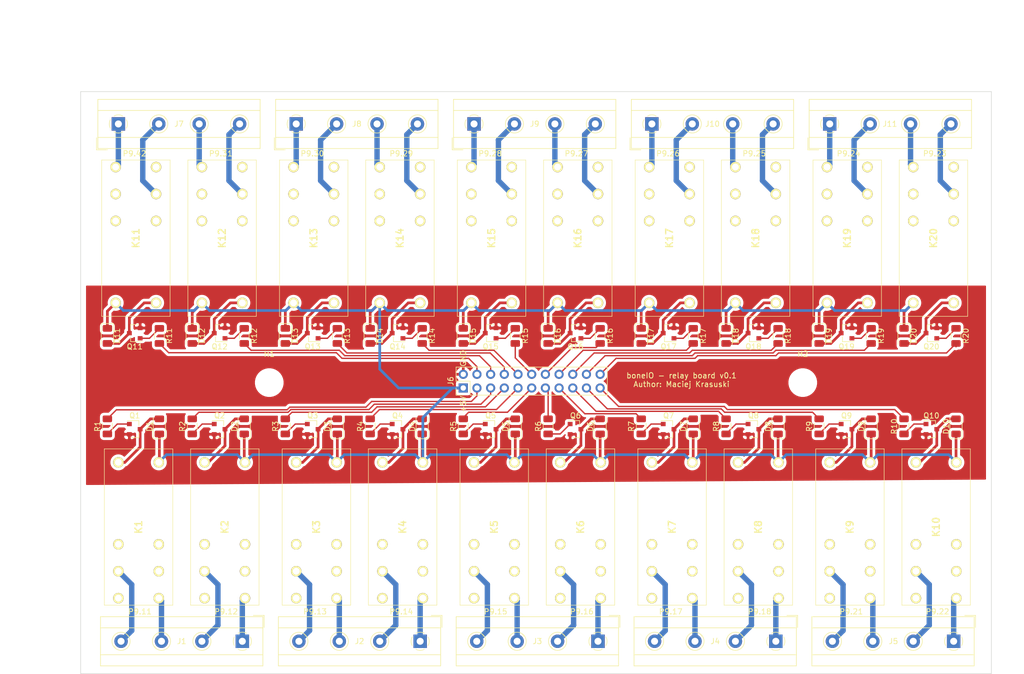
<source format=kicad_pcb>
(kicad_pcb (version 20171130) (host pcbnew "(5.1.6)-1")
  (layers (0 F.Cu signal) (31 B.Cu signal) (34 B.Paste user hide) (35 F.Paste user hide) (36 B.SilkS user) (37 F.SilkS user) (38 B.Mask user) (39 F.Mask user) (44 Edge.Cuts user))
  (net 0 "")
  (net 1 +5V)
  (net 2 "Net-(D1-Pad2)")
  (net 3 "Net-(D2-Pad2)")
  (net 4 "Net-(D3-Pad2)")
  (net 5 "Net-(D4-Pad2)")
  (net 6 "Net-(D5-Pad2)")
  (net 7 "Net-(D6-Pad2)")
  (net 8 "Net-(D7-Pad2)")
  (net 9 "Net-(D8-Pad2)")
  (net 10 "Net-(D9-Pad2)")
  (net 11 "Net-(D10-Pad2)")
  (net 12 "Net-(D11-Pad2)")
  (net 13 "Net-(D12-Pad2)")
  (net 14 "Net-(D13-Pad2)")
  (net 15 "Net-(D14-Pad2)")
  (net 16 "Net-(D15-Pad2)")
  (net 17 "Net-(D16-Pad2)")
  (net 18 "Net-(D17-Pad2)")
  (net 19 "Net-(D18-Pad2)")
  (net 20 "Net-(D19-Pad2)")
  (net 21 "Net-(D20-Pad2)")
  (net 22 "Net-(J1-Pad1)")
  (net 23 "Net-(J1-Pad2)")
  (net 24 "Net-(J2-Pad1)")
  (net 25 "Net-(J2-Pad2)")
  (net 26 "Net-(J3-Pad1)")
  (net 27 "Net-(J3-Pad2)")
  (net 28 "Net-(J4-Pad2)")
  (net 29 "Net-(J4-Pad1)")
  (net 30 "Net-(J5-Pad2)")
  (net 31 "Net-(J5-Pad1)")
  (net 32 "Net-(J7-Pad1)")
  (net 33 "Net-(J7-Pad2)")
  (net 34 "Net-(J8-Pad2)")
  (net 35 "Net-(J8-Pad1)")
  (net 36 "Net-(J9-Pad2)")
  (net 37 "Net-(J9-Pad1)")
  (net 38 "Net-(J10-Pad2)")
  (net 39 "Net-(J10-Pad1)")
  (net 40 "Net-(J11-Pad2)")
  (net 41 "Net-(J11-Pad3)")
  (net 42 "Net-(J11-Pad4)")
  (net 43 GND)
  (net 44 "Net-(K1-Pad12)")
  (net 45 "Net-(K1-Pad21)")
  (net 46 "Net-(K1-Pad22)")
  (net 47 "Net-(K2-Pad22)")
  (net 48 "Net-(K2-Pad21)")
  (net 49 "Net-(K2-Pad12)")
  (net 50 "Net-(K3-Pad22)")
  (net 51 "Net-(K3-Pad21)")
  (net 52 "Net-(K3-Pad12)")
  (net 53 "Net-(K4-Pad12)")
  (net 54 "Net-(K4-Pad21)")
  (net 55 "Net-(K4-Pad22)")
  (net 56 "Net-(K5-Pad22)")
  (net 57 "Net-(K5-Pad21)")
  (net 58 "Net-(K5-Pad12)")
  (net 59 "Net-(K6-Pad22)")
  (net 60 "Net-(K6-Pad21)")
  (net 61 "Net-(K6-Pad12)")
  (net 62 "Net-(K7-Pad12)")
  (net 63 "Net-(K7-Pad21)")
  (net 64 "Net-(K7-Pad22)")
  (net 65 "Net-(K8-Pad12)")
  (net 66 "Net-(K8-Pad21)")
  (net 67 "Net-(K8-Pad22)")
  (net 68 "Net-(K9-Pad22)")
  (net 69 "Net-(K9-Pad21)")
  (net 70 "Net-(K9-Pad12)")
  (net 71 "Net-(K10-Pad12)")
  (net 72 "Net-(K10-Pad21)")
  (net 73 "Net-(K10-Pad22)")
  (net 74 "Net-(K11-Pad22)")
  (net 75 "Net-(K11-Pad21)")
  (net 76 "Net-(K11-Pad12)")
  (net 77 "Net-(K12-Pad22)")
  (net 78 "Net-(K12-Pad21)")
  (net 79 "Net-(K12-Pad12)")
  (net 80 "Net-(K13-Pad12)")
  (net 81 "Net-(K13-Pad21)")
  (net 82 "Net-(K13-Pad22)")
  (net 83 "Net-(K14-Pad22)")
  (net 84 "Net-(K14-Pad21)")
  (net 85 "Net-(K14-Pad12)")
  (net 86 "Net-(K15-Pad12)")
  (net 87 "Net-(K15-Pad21)")
  (net 88 "Net-(K15-Pad22)")
  (net 89 "Net-(K16-Pad22)")
  (net 90 "Net-(K16-Pad21)")
  (net 91 "Net-(K16-Pad12)")
  (net 92 "Net-(K17-Pad12)")
  (net 93 "Net-(K17-Pad21)")
  (net 94 "Net-(K17-Pad22)")
  (net 95 "Net-(K18-Pad22)")
  (net 96 "Net-(K18-Pad21)")
  (net 97 "Net-(K18-Pad12)")
  (net 98 "Net-(K19-Pad12)")
  (net 99 "Net-(K19-Pad21)")
  (net 100 "Net-(K19-Pad22)")
  (net 101 "Net-(K20-Pad12)")
  (net 102 "Net-(K20-Pad21)")
  (net 103 "Net-(K20-Pad22)")
  (net 104 "Net-(Q1-Pad1)")
  (net 105 "Net-(Q2-Pad1)")
  (net 106 "Net-(Q3-Pad1)")
  (net 107 "Net-(Q4-Pad1)")
  (net 108 "Net-(Q5-Pad1)")
  (net 109 "Net-(Q6-Pad1)")
  (net 110 "Net-(Q7-Pad1)")
  (net 111 "Net-(Q8-Pad1)")
  (net 112 "Net-(Q9-Pad1)")
  (net 113 "Net-(Q10-Pad1)")
  (net 114 "Net-(Q11-Pad1)")
  (net 115 "Net-(Q12-Pad1)")
  (net 116 "Net-(Q13-Pad1)")
  (net 117 "Net-(Q14-Pad1)")
  (net 118 "Net-(Q15-Pad1)")
  (net 119 "Net-(Q16-Pad1)")
  (net 120 "Net-(Q17-Pad1)")
  (net 121 "Net-(Q18-Pad1)")
  (net 122 "Net-(Q19-Pad1)")
  (net 123 "Net-(Q20-Pad1)")
  (net 124 "Net-(J5-Pad3)")
  (net 125 "Net-(J5-Pad4)")
  (net 126 "Net-(J11-Pad1)")
  (net 127 "Net-(J1-Pad3)")
  (net 128 "Net-(J1-Pad4)")
  (net 129 "Net-(J2-Pad4)")
  (net 130 "Net-(J2-Pad3)")
  (net 131 "Net-(J3-Pad3)")
  (net 132 "Net-(J3-Pad4)")
  (net 133 "Net-(K6-Pad14)")
  (net 134 "Net-(J4-Pad4)")
  (net 135 "Net-(J4-Pad3)")
  (net 136 "Net-(J6-Pad3)")
  (net 137 "Net-(J6-Pad4)")
  (net 138 "Net-(J7-Pad4)")
  (net 139 "Net-(J7-Pad3)")
  (net 140 "Net-(J8-Pad3)")
  (net 141 "Net-(J8-Pad4)")
  (net 142 "Net-(J9-Pad4)")
  (net 143 "Net-(J9-Pad3)")
  (net 144 "Net-(J10-Pad3)")
  (net 145 "Net-(J10-Pad4)")
  (net 146 "Net-(K8-Pad14)")
  (net 147 "Net-(K1-Pad14)")
  (net 148 "Net-(K2-Pad14)")
  (net 149 "Net-(K11-Pad14)")
  (net 150 "Net-(K12-Pad14)")
  (net 151 "Net-(K3-Pad14)")
  (net 152 "Net-(K4-Pad14)")
  (net 153 "Net-(K5-Pad14)")
  (net 154 "Net-(K7-Pad14)")
  (net 155 "Net-(K9-Pad14)")
  (net 156 "Net-(K10-Pad14)")
  (net 157 "Net-(K13-Pad14)")
  (net 158 "Net-(K14-Pad14)")
  (net 159 "Net-(K15-Pad14)")
  (net 160 "Net-(K16-Pad14)")
  (net 161 "Net-(K17-Pad14)")
  (net 162 "Net-(K18-Pad14)")
  (net 163 "Net-(K19-Pad14)")
  (net 164 "Net-(K20-Pad14)")
  (net 165 "Net-(J6-Pad5)")
  (net 166 "Net-(J6-Pad6)")
  (net 167 "Net-(J6-Pad7)")
  (net 168 "Net-(J6-Pad8)")
  (net 169 "Net-(J6-Pad9)")
  (net 170 "Net-(J6-Pad10)")
  (net 171 "Net-(J6-Pad11)")
  (net 172 "Net-(J6-Pad12)")
  (net 173 "Net-(J6-Pad13)")
  (net 174 "Net-(J6-Pad14)")
  (net 175 "Net-(J6-Pad15)")
  (net 176 "Net-(J6-Pad16)")
  (net 177 "Net-(J6-Pad17)")
  (net 178 "Net-(J6-Pad18)")
  (net 179 "Net-(J6-Pad19)")
  (net 180 "Net-(J6-Pad20)")
  (net 181 "Net-(J6-Pad21)")
  (net 182 "Net-(J6-Pad22)")
  (module Package_TO_SOT_SMD:SOT-23 (layer F.Cu) (at 331.2 305.532 180)
    (fp_text reference Q13 (at 0 -2.5) (layer F.SilkS))
    (fp_text value BC817)
    (pad 3 smd rect (at 1 0 180) (size 0.9 0.8) (layers F.Cu F.Paste F.Mask) (net 14 "Net-(D13-Pad2)"))
    (pad 2 smd rect (at -1 0.95 180) (size 0.9 0.8) (layers F.Cu F.Paste F.Mask) (net 43 GND))
    (pad 1 smd rect (at -1 -0.95 180) (size 0.9 0.8) (layers F.Cu F.Paste F.Mask) (net 116 "Net-(Q13-Pad1)"))
  )
  (module RM85-2011-35-1005:RM852011351005 (layer F.Cu) (at 295.14 349.708 270)
    (fp_text reference K1 (at -8.2 -3.75 90) (layer F.SilkS) (effects (font (size 1.27 1.27) (thickness 0.254))))
    (fp_text value RM85-2011-35-1005 hide)
    (pad A2 thru_hole circle (at -20.2 -7.5) (size 1.95 1.95) (drill 1.3) (layers *.Cu *.Mask F.SilkS) (net 1 +5V))
    (pad A1 thru_hole circle (at -20.2 0) (size 1.95 1.95) (drill 1.3) (layers *.Cu *.Mask F.SilkS) (net 2 "Net-(D1-Pad2)"))
    (pad 24 thru_hole circle (at 5 -7.5) (size 1.95 1.95) (drill 1.3) (layers *.Cu *.Mask F.SilkS) (net 127 "Net-(J1-Pad3)"))
    (pad 22 thru_hole circle (at -5 -7.5) (size 1.95 1.95) (drill 1.3) (layers *.Cu *.Mask F.SilkS) (net 46 "Net-(K1-Pad22)"))
    (pad 21 thru_hole circle (at 0 -7.5) (size 1.95 1.95) (drill 1.3) (layers *.Cu *.Mask F.SilkS) (net 45 "Net-(K1-Pad21)"))
    (pad 14 thru_hole circle (at 5 0) (size 1.95 1.95) (drill 1.3) (layers *.Cu *.Mask F.SilkS) (net 147 "Net-(K1-Pad14)"))
    (pad 12 thru_hole circle (at -5 0) (size 1.95 1.95) (drill 1.3) (layers *.Cu *.Mask F.SilkS) (net 44 "Net-(K1-Pad12)"))
    (pad 11 thru_hole circle (at 0 0) (size 1.95 1.95) (drill 1.3) (layers *.Cu *.Mask F.SilkS) (net 128 "Net-(J1-Pad4)"))
  )
  (module RM85-2011-35-1005:RM852011351005 (layer F.Cu) (at 361.14 349.708 270)
    (fp_text reference K5 (at -8.2 -3.75 90) (layer F.SilkS) (effects (font (size 1.27 1.27) (thickness 0.254))))
    (fp_text value RM85-2011-35-1005 hide)
    (pad A2 thru_hole circle (at -20.2 -7.5) (size 1.95 1.95) (drill 1.3) (layers *.Cu *.Mask F.SilkS) (net 1 +5V))
    (pad A1 thru_hole circle (at -20.2 0) (size 1.95 1.95) (drill 1.3) (layers *.Cu *.Mask F.SilkS) (net 6 "Net-(D5-Pad2)"))
    (pad 24 thru_hole circle (at 5 -7.5) (size 1.95 1.95) (drill 1.3) (layers *.Cu *.Mask F.SilkS) (net 131 "Net-(J3-Pad3)"))
    (pad 22 thru_hole circle (at -5 -7.5) (size 1.95 1.95) (drill 1.3) (layers *.Cu *.Mask F.SilkS) (net 56 "Net-(K5-Pad22)"))
    (pad 21 thru_hole circle (at 0 -7.5) (size 1.95 1.95) (drill 1.3) (layers *.Cu *.Mask F.SilkS) (net 57 "Net-(K5-Pad21)"))
    (pad 14 thru_hole circle (at 5 0) (size 1.95 1.95) (drill 1.3) (layers *.Cu *.Mask F.SilkS) (net 153 "Net-(K5-Pad14)"))
    (pad 12 thru_hole circle (at -5 0) (size 1.95 1.95) (drill 1.3) (layers *.Cu *.Mask F.SilkS) (net 58 "Net-(K5-Pad12)"))
    (pad 11 thru_hole circle (at 0 0) (size 1.95 1.95) (drill 1.3) (layers *.Cu *.Mask F.SilkS) (net 132 "Net-(J3-Pad4)"))
  )
  (module RM85-2011-35-1005:RM852011351005 (layer F.Cu) (at 311.14 349.708 270)
    (fp_text reference K2 (at -8.2 -3.75 90) (layer F.SilkS) (effects (font (size 1.27 1.27) (thickness 0.254))))
    (fp_text value RM85-2011-35-1005 hide)
    (pad 11 thru_hole circle (at 0 0) (size 1.95 1.95) (drill 1.3) (layers *.Cu *.Mask F.SilkS) (net 23 "Net-(J1-Pad2)"))
    (pad 12 thru_hole circle (at -5 0) (size 1.95 1.95) (drill 1.3) (layers *.Cu *.Mask F.SilkS) (net 49 "Net-(K2-Pad12)"))
    (pad 14 thru_hole circle (at 5 0) (size 1.95 1.95) (drill 1.3) (layers *.Cu *.Mask F.SilkS) (net 148 "Net-(K2-Pad14)"))
    (pad 21 thru_hole circle (at 0 -7.5) (size 1.95 1.95) (drill 1.3) (layers *.Cu *.Mask F.SilkS) (net 48 "Net-(K2-Pad21)"))
    (pad 22 thru_hole circle (at -5 -7.5) (size 1.95 1.95) (drill 1.3) (layers *.Cu *.Mask F.SilkS) (net 47 "Net-(K2-Pad22)"))
    (pad 24 thru_hole circle (at 5 -7.5) (size 1.95 1.95) (drill 1.3) (layers *.Cu *.Mask F.SilkS) (net 22 "Net-(J1-Pad1)"))
    (pad A1 thru_hole circle (at -20.2 0) (size 1.95 1.95) (drill 1.3) (layers *.Cu *.Mask F.SilkS) (net 3 "Net-(D2-Pad2)"))
    (pad A2 thru_hole circle (at -20.2 -7.5) (size 1.95 1.95) (drill 1.3) (layers *.Cu *.Mask F.SilkS) (net 1 +5V))
  )
  (module RM85-2011-35-1005:RM852011351005 (layer F.Cu) (at 328.14 349.708 270)
    (fp_text reference K3 (at -8.2 -3.75 90) (layer F.SilkS) (effects (font (size 1.27 1.27) (thickness 0.254))))
    (fp_text value RM85-2011-35-1005 hide)
    (pad A2 thru_hole circle (at -20.2 -7.5) (size 1.95 1.95) (drill 1.3) (layers *.Cu *.Mask F.SilkS) (net 1 +5V))
    (pad A1 thru_hole circle (at -20.2 0) (size 1.95 1.95) (drill 1.3) (layers *.Cu *.Mask F.SilkS) (net 4 "Net-(D3-Pad2)"))
    (pad 24 thru_hole circle (at 5 -7.5) (size 1.95 1.95) (drill 1.3) (layers *.Cu *.Mask F.SilkS) (net 130 "Net-(J2-Pad3)"))
    (pad 22 thru_hole circle (at -5 -7.5) (size 1.95 1.95) (drill 1.3) (layers *.Cu *.Mask F.SilkS) (net 50 "Net-(K3-Pad22)"))
    (pad 21 thru_hole circle (at 0 -7.5) (size 1.95 1.95) (drill 1.3) (layers *.Cu *.Mask F.SilkS) (net 51 "Net-(K3-Pad21)"))
    (pad 14 thru_hole circle (at 5 0) (size 1.95 1.95) (drill 1.3) (layers *.Cu *.Mask F.SilkS) (net 151 "Net-(K3-Pad14)"))
    (pad 12 thru_hole circle (at -5 0) (size 1.95 1.95) (drill 1.3) (layers *.Cu *.Mask F.SilkS) (net 52 "Net-(K3-Pad12)"))
    (pad 11 thru_hole circle (at 0 0) (size 1.95 1.95) (drill 1.3) (layers *.Cu *.Mask F.SilkS) (net 129 "Net-(J2-Pad4)"))
  )
  (module RM85-2011-35-1005:RM852011351005 (layer F.Cu) (at 344.14 349.708 270)
    (fp_text reference K4 (at -8.2 -3.75 90) (layer F.SilkS) (effects (font (size 1.27 1.27) (thickness 0.254))))
    (fp_text value RM85-2011-35-1005 hide)
    (pad A2 thru_hole circle (at -20.2 -7.5) (size 1.95 1.95) (drill 1.3) (layers *.Cu *.Mask F.SilkS) (net 1 +5V))
    (pad A1 thru_hole circle (at -20.2 0) (size 1.95 1.95) (drill 1.3) (layers *.Cu *.Mask F.SilkS) (net 5 "Net-(D4-Pad2)"))
    (pad 24 thru_hole circle (at 5 -7.5) (size 1.95 1.95) (drill 1.3) (layers *.Cu *.Mask F.SilkS) (net 24 "Net-(J2-Pad1)"))
    (pad 22 thru_hole circle (at -5 -7.5) (size 1.95 1.95) (drill 1.3) (layers *.Cu *.Mask F.SilkS) (net 55 "Net-(K4-Pad22)"))
    (pad 21 thru_hole circle (at 0 -7.5) (size 1.95 1.95) (drill 1.3) (layers *.Cu *.Mask F.SilkS) (net 54 "Net-(K4-Pad21)"))
    (pad 14 thru_hole circle (at 5 0) (size 1.95 1.95) (drill 1.3) (layers *.Cu *.Mask F.SilkS) (net 152 "Net-(K4-Pad14)"))
    (pad 12 thru_hole circle (at -5 0) (size 1.95 1.95) (drill 1.3) (layers *.Cu *.Mask F.SilkS) (net 53 "Net-(K4-Pad12)"))
    (pad 11 thru_hole circle (at 0 0) (size 1.95 1.95) (drill 1.3) (layers *.Cu *.Mask F.SilkS) (net 25 "Net-(J2-Pad2)"))
  )
  (module RM85-2011-35-1005:RM852011351005 (layer F.Cu) (at 377.14 349.708 270)
    (fp_text reference K6 (at -8.2 -3.75 90) (layer F.SilkS) (effects (font (size 1.27 1.27) (thickness 0.254))))
    (fp_text value RM85-2011-35-1005 hide)
    (pad A2 thru_hole circle (at -20.2 -7.5) (size 1.95 1.95) (drill 1.3) (layers *.Cu *.Mask F.SilkS) (net 1 +5V))
    (pad A1 thru_hole circle (at -20.2 0) (size 1.95 1.95) (drill 1.3) (layers *.Cu *.Mask F.SilkS) (net 7 "Net-(D6-Pad2)"))
    (pad 24 thru_hole circle (at 5 -7.5) (size 1.95 1.95) (drill 1.3) (layers *.Cu *.Mask F.SilkS) (net 26 "Net-(J3-Pad1)"))
    (pad 22 thru_hole circle (at -5 -7.5) (size 1.95 1.95) (drill 1.3) (layers *.Cu *.Mask F.SilkS) (net 59 "Net-(K6-Pad22)"))
    (pad 21 thru_hole circle (at 0 -7.5) (size 1.95 1.95) (drill 1.3) (layers *.Cu *.Mask F.SilkS) (net 60 "Net-(K6-Pad21)"))
    (pad 14 thru_hole circle (at 5 0) (size 1.95 1.95) (drill 1.3) (layers *.Cu *.Mask F.SilkS) (net 133 "Net-(K6-Pad14)"))
    (pad 12 thru_hole circle (at -5 0) (size 1.95 1.95) (drill 1.3) (layers *.Cu *.Mask F.SilkS) (net 61 "Net-(K6-Pad12)"))
    (pad 11 thru_hole circle (at 0 0) (size 1.95 1.95) (drill 1.3) (layers *.Cu *.Mask F.SilkS) (net 27 "Net-(J3-Pad2)"))
  )
  (module RM85-2011-35-1005:RM852011351005 (layer F.Cu) (at 394.14 349.708 270)
    (fp_text reference K7 (at -8.2 -3.75 90) (layer F.SilkS) (effects (font (size 1.27 1.27) (thickness 0.254))))
    (fp_text value RM85-2011-35-1005 hide)
    (pad 11 thru_hole circle (at 0 0) (size 1.95 1.95) (drill 1.3) (layers *.Cu *.Mask F.SilkS) (net 134 "Net-(J4-Pad4)"))
    (pad 12 thru_hole circle (at -5 0) (size 1.95 1.95) (drill 1.3) (layers *.Cu *.Mask F.SilkS) (net 62 "Net-(K7-Pad12)"))
    (pad 14 thru_hole circle (at 5 0) (size 1.95 1.95) (drill 1.3) (layers *.Cu *.Mask F.SilkS) (net 154 "Net-(K7-Pad14)"))
    (pad 21 thru_hole circle (at 0 -7.5) (size 1.95 1.95) (drill 1.3) (layers *.Cu *.Mask F.SilkS) (net 63 "Net-(K7-Pad21)"))
    (pad 22 thru_hole circle (at -5 -7.5) (size 1.95 1.95) (drill 1.3) (layers *.Cu *.Mask F.SilkS) (net 64 "Net-(K7-Pad22)"))
    (pad 24 thru_hole circle (at 5 -7.5) (size 1.95 1.95) (drill 1.3) (layers *.Cu *.Mask F.SilkS) (net 135 "Net-(J4-Pad3)"))
    (pad A1 thru_hole circle (at -20.2 0) (size 1.95 1.95) (drill 1.3) (layers *.Cu *.Mask F.SilkS) (net 8 "Net-(D7-Pad2)"))
    (pad A2 thru_hole circle (at -20.2 -7.5) (size 1.95 1.95) (drill 1.3) (layers *.Cu *.Mask F.SilkS) (net 1 +5V))
  )
  (module RM85-2011-35-1005:RM852011351005 (layer F.Cu) (at 410.14 349.708 270)
    (fp_text reference K8 (at -8.2 -3.75 90) (layer F.SilkS) (effects (font (size 1.27 1.27) (thickness 0.254))))
    (fp_text value RM85-2011-35-1005 hide)
    (pad 11 thru_hole circle (at 0 0) (size 1.95 1.95) (drill 1.3) (layers *.Cu *.Mask F.SilkS) (net 28 "Net-(J4-Pad2)"))
    (pad 12 thru_hole circle (at -5 0) (size 1.95 1.95) (drill 1.3) (layers *.Cu *.Mask F.SilkS) (net 65 "Net-(K8-Pad12)"))
    (pad 14 thru_hole circle (at 5 0) (size 1.95 1.95) (drill 1.3) (layers *.Cu *.Mask F.SilkS) (net 146 "Net-(K8-Pad14)"))
    (pad 21 thru_hole circle (at 0 -7.5) (size 1.95 1.95) (drill 1.3) (layers *.Cu *.Mask F.SilkS) (net 66 "Net-(K8-Pad21)"))
    (pad 22 thru_hole circle (at -5 -7.5) (size 1.95 1.95) (drill 1.3) (layers *.Cu *.Mask F.SilkS) (net 67 "Net-(K8-Pad22)"))
    (pad 24 thru_hole circle (at 5 -7.5) (size 1.95 1.95) (drill 1.3) (layers *.Cu *.Mask F.SilkS) (net 29 "Net-(J4-Pad1)"))
    (pad A1 thru_hole circle (at -20.2 0) (size 1.95 1.95) (drill 1.3) (layers *.Cu *.Mask F.SilkS) (net 9 "Net-(D8-Pad2)"))
    (pad A2 thru_hole circle (at -20.2 -7.5) (size 1.95 1.95) (drill 1.3) (layers *.Cu *.Mask F.SilkS) (net 1 +5V))
  )
  (module RM85-2011-35-1005:RM852011351005 (layer F.Cu) (at 443.14 349.708 270)
    (fp_text reference K10 (at -8.2 -3.75 90) (layer F.SilkS) (effects (font (size 1.27 1.27) (thickness 0.254))))
    (fp_text value RM85-2011-35-1005 hide)
    (pad 11 thru_hole circle (at 0 0) (size 1.95 1.95) (drill 1.3) (layers *.Cu *.Mask F.SilkS) (net 30 "Net-(J5-Pad2)"))
    (pad 12 thru_hole circle (at -5 0) (size 1.95 1.95) (drill 1.3) (layers *.Cu *.Mask F.SilkS) (net 71 "Net-(K10-Pad12)"))
    (pad 14 thru_hole circle (at 5 0) (size 1.95 1.95) (drill 1.3) (layers *.Cu *.Mask F.SilkS) (net 156 "Net-(K10-Pad14)"))
    (pad 21 thru_hole circle (at 0 -7.5) (size 1.95 1.95) (drill 1.3) (layers *.Cu *.Mask F.SilkS) (net 72 "Net-(K10-Pad21)"))
    (pad 22 thru_hole circle (at -5 -7.5) (size 1.95 1.95) (drill 1.3) (layers *.Cu *.Mask F.SilkS) (net 73 "Net-(K10-Pad22)"))
    (pad 24 thru_hole circle (at 5 -7.5) (size 1.95 1.95) (drill 1.3) (layers *.Cu *.Mask F.SilkS) (net 31 "Net-(J5-Pad1)"))
    (pad A1 thru_hole circle (at -20.2 0) (size 1.95 1.95) (drill 1.3) (layers *.Cu *.Mask F.SilkS) (net 11 "Net-(D10-Pad2)"))
    (pad A2 thru_hole circle (at -20.2 -7.5) (size 1.95 1.95) (drill 1.3) (layers *.Cu *.Mask F.SilkS) (net 1 +5V))
  )
  (module RM85-2011-35-1005:RM852011351005 (layer F.Cu) (at 427.14 349.708 270)
    (fp_text reference K9 (at -8.2 -3.75 90) (layer F.SilkS) (effects (font (size 1.27 1.27) (thickness 0.254))))
    (fp_text value RM85-2011-35-1005 hide)
    (pad 11 thru_hole circle (at 0 0) (size 1.95 1.95) (drill 1.3) (layers *.Cu *.Mask F.SilkS) (net 125 "Net-(J5-Pad4)"))
    (pad 12 thru_hole circle (at -5 0) (size 1.95 1.95) (drill 1.3) (layers *.Cu *.Mask F.SilkS) (net 70 "Net-(K9-Pad12)"))
    (pad 14 thru_hole circle (at 5 0) (size 1.95 1.95) (drill 1.3) (layers *.Cu *.Mask F.SilkS) (net 155 "Net-(K9-Pad14)"))
    (pad 21 thru_hole circle (at 0 -7.5) (size 1.95 1.95) (drill 1.3) (layers *.Cu *.Mask F.SilkS) (net 69 "Net-(K9-Pad21)"))
    (pad 22 thru_hole circle (at -5 -7.5) (size 1.95 1.95) (drill 1.3) (layers *.Cu *.Mask F.SilkS) (net 68 "Net-(K9-Pad22)"))
    (pad 24 thru_hole circle (at 5 -7.5) (size 1.95 1.95) (drill 1.3) (layers *.Cu *.Mask F.SilkS) (net 124 "Net-(J5-Pad3)"))
    (pad A1 thru_hole circle (at -20.2 0) (size 1.95 1.95) (drill 1.3) (layers *.Cu *.Mask F.SilkS) (net 10 "Net-(D9-Pad2)"))
    (pad A2 thru_hole circle (at -20.2 -7.5) (size 1.95 1.95) (drill 1.3) (layers *.Cu *.Mask F.SilkS) (net 1 +5V))
  )
  (module RM85-2011-35-1005:RM852011351005 (layer F.Cu) (at 434.14 279.708 90)
    (fp_text reference K19 (at -8.2 -3.75 90) (layer F.SilkS) (effects (font (size 1.27 1.27) (thickness 0.254))))
    (fp_text value RM85-2011-35-1005 hide)
    (pad A2 thru_hole circle (at -20.2 -7.5 180) (size 1.95 1.95) (drill 1.3) (layers *.Cu *.Mask F.SilkS) (net 1 +5V))
    (pad A1 thru_hole circle (at -20.2 0 180) (size 1.95 1.95) (drill 1.3) (layers *.Cu *.Mask F.SilkS) (net 20 "Net-(D19-Pad2)"))
    (pad 24 thru_hole circle (at 5 -7.5 180) (size 1.95 1.95) (drill 1.3) (layers *.Cu *.Mask F.SilkS) (net 126 "Net-(J11-Pad1)"))
    (pad 22 thru_hole circle (at -5 -7.5 180) (size 1.95 1.95) (drill 1.3) (layers *.Cu *.Mask F.SilkS) (net 100 "Net-(K19-Pad22)"))
    (pad 21 thru_hole circle (at 0 -7.5 180) (size 1.95 1.95) (drill 1.3) (layers *.Cu *.Mask F.SilkS) (net 99 "Net-(K19-Pad21)"))
    (pad 14 thru_hole circle (at 5 0 180) (size 1.95 1.95) (drill 1.3) (layers *.Cu *.Mask F.SilkS) (net 163 "Net-(K19-Pad14)"))
    (pad 12 thru_hole circle (at -5 0 180) (size 1.95 1.95) (drill 1.3) (layers *.Cu *.Mask F.SilkS) (net 98 "Net-(K19-Pad12)"))
    (pad 11 thru_hole circle (at 0 0 180) (size 1.95 1.95) (drill 1.3) (layers *.Cu *.Mask F.SilkS) (net 40 "Net-(J11-Pad2)"))
  )
  (module RM85-2011-35-1005:RM852011351005 (layer F.Cu) (at 335.14 279.708 90)
    (fp_text reference K13 (at -8.2 -3.75 90) (layer F.SilkS) (effects (font (size 1.27 1.27) (thickness 0.254))))
    (fp_text value RM85-2011-35-1005 hide)
    (pad A2 thru_hole circle (at -20.2 -7.5 180) (size 1.95 1.95) (drill 1.3) (layers *.Cu *.Mask F.SilkS) (net 1 +5V))
    (pad A1 thru_hole circle (at -20.2 0 180) (size 1.95 1.95) (drill 1.3) (layers *.Cu *.Mask F.SilkS) (net 14 "Net-(D13-Pad2)"))
    (pad 24 thru_hole circle (at 5 -7.5 180) (size 1.95 1.95) (drill 1.3) (layers *.Cu *.Mask F.SilkS) (net 35 "Net-(J8-Pad1)"))
    (pad 22 thru_hole circle (at -5 -7.5 180) (size 1.95 1.95) (drill 1.3) (layers *.Cu *.Mask F.SilkS) (net 82 "Net-(K13-Pad22)"))
    (pad 21 thru_hole circle (at 0 -7.5 180) (size 1.95 1.95) (drill 1.3) (layers *.Cu *.Mask F.SilkS) (net 81 "Net-(K13-Pad21)"))
    (pad 14 thru_hole circle (at 5 0 180) (size 1.95 1.95) (drill 1.3) (layers *.Cu *.Mask F.SilkS) (net 157 "Net-(K13-Pad14)"))
    (pad 12 thru_hole circle (at -5 0 180) (size 1.95 1.95) (drill 1.3) (layers *.Cu *.Mask F.SilkS) (net 80 "Net-(K13-Pad12)"))
    (pad 11 thru_hole circle (at 0 0 180) (size 1.95 1.95) (drill 1.3) (layers *.Cu *.Mask F.SilkS) (net 34 "Net-(J8-Pad2)"))
  )
  (module Diode_SMD:D_1206_3216Metric (layer F.Cu) (at 302.752 322.836 90)
    (fp_text reference D1 (at 0 -1.82 90) (layer F.SilkS))
    (fp_text value 1N4148)
    (pad 2 smd roundrect (at 1.4 0 90) (size 1.25 1.75) (layers F.Cu F.Paste F.Mask) (roundrect_rratio 0.2) (net 2 "Net-(D1-Pad2)"))
    (pad 1 smd roundrect (at -1.4 0 90) (size 1.25 1.75) (layers F.Cu F.Paste F.Mask) (roundrect_rratio 0.2) (net 1 +5V))
  )
  (module Diode_SMD:D_1206_3216Metric (layer F.Cu) (at 318.5 322.836 90)
    (fp_text reference D2 (at 0 -1.82 90) (layer F.SilkS))
    (fp_text value 1N4148)
    (pad 1 smd roundrect (at -1.4 0 90) (size 1.25 1.75) (layers F.Cu F.Paste F.Mask) (roundrect_rratio 0.2) (net 1 +5V))
    (pad 2 smd roundrect (at 1.4 0 90) (size 1.25 1.75) (layers F.Cu F.Paste F.Mask) (roundrect_rratio 0.2) (net 3 "Net-(D2-Pad2)"))
  )
  (module Diode_SMD:D_1206_3216Metric (layer F.Cu) (at 335.772 322.836 90)
    (fp_text reference D3 (at 0 -1.82 90) (layer F.SilkS))
    (fp_text value 1N4148)
    (pad 2 smd roundrect (at 1.4 0 90) (size 1.25 1.75) (layers F.Cu F.Paste F.Mask) (roundrect_rratio 0.2) (net 4 "Net-(D3-Pad2)"))
    (pad 1 smd roundrect (at -1.4 0 90) (size 1.25 1.75) (layers F.Cu F.Paste F.Mask) (roundrect_rratio 0.2) (net 1 +5V))
  )
  (module Diode_SMD:D_1206_3216Metric (layer F.Cu) (at 351.52 322.836 90)
    (fp_text reference D4 (at 0 -1.82 90) (layer F.SilkS))
    (fp_text value 1N4148)
    (pad 2 smd roundrect (at 1.4 0 90) (size 1.25 1.75) (layers F.Cu F.Paste F.Mask) (roundrect_rratio 0.2) (net 5 "Net-(D4-Pad2)"))
    (pad 1 smd roundrect (at -1.4 0 90) (size 1.25 1.75) (layers F.Cu F.Paste F.Mask) (roundrect_rratio 0.2) (net 1 +5V))
  )
  (module Diode_SMD:D_1206_3216Metric (layer F.Cu) (at 368.792 322.836 90)
    (fp_text reference D5 (at 0 -1.82 90) (layer F.SilkS))
    (fp_text value 1N4148)
    (pad 1 smd roundrect (at -1.4 0 90) (size 1.25 1.75) (layers F.Cu F.Paste F.Mask) (roundrect_rratio 0.2) (net 1 +5V))
    (pad 2 smd roundrect (at 1.4 0 90) (size 1.25 1.75) (layers F.Cu F.Paste F.Mask) (roundrect_rratio 0.2) (net 6 "Net-(D5-Pad2)"))
  )
  (module Diode_SMD:D_1206_3216Metric (layer F.Cu) (at 384.54 322.836 90)
    (fp_text reference D6 (at 0 -1.82 90) (layer F.SilkS))
    (fp_text value 1N4148)
    (pad 2 smd roundrect (at 1.4 0 90) (size 1.25 1.75) (layers F.Cu F.Paste F.Mask) (roundrect_rratio 0.2) (net 7 "Net-(D6-Pad2)"))
    (pad 1 smd roundrect (at -1.4 0 90) (size 1.25 1.75) (layers F.Cu F.Paste F.Mask) (roundrect_rratio 0.2) (net 1 +5V))
  )
  (module Diode_SMD:D_1206_3216Metric (layer F.Cu) (at 401.812 322.836 90)
    (fp_text reference D7 (at 0 -1.82 90) (layer F.SilkS))
    (fp_text value 1N4148)
    (pad 2 smd roundrect (at 1.4 0 90) (size 1.25 1.75) (layers F.Cu F.Paste F.Mask) (roundrect_rratio 0.2) (net 8 "Net-(D7-Pad2)"))
    (pad 1 smd roundrect (at -1.4 0 90) (size 1.25 1.75) (layers F.Cu F.Paste F.Mask) (roundrect_rratio 0.2) (net 1 +5V))
  )
  (module Diode_SMD:D_1206_3216Metric (layer F.Cu) (at 417.56 322.836 90)
    (fp_text reference D8 (at 0 -1.82 90) (layer F.SilkS))
    (fp_text value 1N4148)
    (pad 1 smd roundrect (at -1.4 0 90) (size 1.25 1.75) (layers F.Cu F.Paste F.Mask) (roundrect_rratio 0.2) (net 1 +5V))
    (pad 2 smd roundrect (at 1.4 0 90) (size 1.25 1.75) (layers F.Cu F.Paste F.Mask) (roundrect_rratio 0.2) (net 9 "Net-(D8-Pad2)"))
  )
  (module Diode_SMD:D_1206_3216Metric (layer F.Cu) (at 434.832 322.836 90)
    (fp_text reference D9 (at 0 -1.82 90) (layer F.SilkS))
    (fp_text value 1N4148)
    (pad 2 smd roundrect (at 1.4 0 90) (size 1.25 1.75) (layers F.Cu F.Paste F.Mask) (roundrect_rratio 0.2) (net 10 "Net-(D9-Pad2)"))
    (pad 1 smd roundrect (at -1.4 0 90) (size 1.25 1.75) (layers F.Cu F.Paste F.Mask) (roundrect_rratio 0.2) (net 1 +5V))
  )
  (module Diode_SMD:D_1206_3216Metric (layer F.Cu) (at 450.58 322.836 90)
    (fp_text reference D10 (at 0 -1.82 90) (layer F.SilkS))
    (fp_text value 1N4148)
    (pad 2 smd roundrect (at 1.4 0 90) (size 1.25 1.75) (layers F.Cu F.Paste F.Mask) (roundrect_rratio 0.2) (net 11 "Net-(D10-Pad2)"))
    (pad 1 smd roundrect (at -1.4 0 90) (size 1.25 1.75) (layers F.Cu F.Paste F.Mask) (roundrect_rratio 0.2) (net 1 +5V))
  )
  (module Diode_SMD:D_1206_3216Metric (layer F.Cu) (at 293.1 306.04 270)
    (fp_text reference D11 (at 0 -1.82 90) (layer F.SilkS))
    (fp_text value 1N4148)
    (pad 1 smd roundrect (at -1.4 0 270) (size 1.25 1.75) (layers F.Cu F.Paste F.Mask) (roundrect_rratio 0.2) (net 1 +5V))
    (pad 2 smd roundrect (at 1.4 0 270) (size 1.25 1.75) (layers F.Cu F.Paste F.Mask) (roundrect_rratio 0.2) (net 12 "Net-(D11-Pad2)"))
  )
  (module Diode_SMD:D_1206_3216Metric (layer F.Cu) (at 308.848 306.04 270)
    (fp_text reference D12 (at 0 -1.82 90) (layer F.SilkS))
    (fp_text value 1N4148)
    (pad 1 smd roundrect (at -1.4 0 270) (size 1.25 1.75) (layers F.Cu F.Paste F.Mask) (roundrect_rratio 0.2) (net 1 +5V))
    (pad 2 smd roundrect (at 1.4 0 270) (size 1.25 1.75) (layers F.Cu F.Paste F.Mask) (roundrect_rratio 0.2) (net 13 "Net-(D12-Pad2)"))
  )
  (module Diode_SMD:D_1206_3216Metric (layer F.Cu) (at 326.12 306.04 270)
    (fp_text reference D13 (at 0 -1.82 90) (layer F.SilkS))
    (fp_text value 1N4148)
    (pad 1 smd roundrect (at -1.4 0 270) (size 1.25 1.75) (layers F.Cu F.Paste F.Mask) (roundrect_rratio 0.2) (net 1 +5V))
    (pad 2 smd roundrect (at 1.4 0 270) (size 1.25 1.75) (layers F.Cu F.Paste F.Mask) (roundrect_rratio 0.2) (net 14 "Net-(D13-Pad2)"))
  )
  (module Diode_SMD:D_1206_3216Metric (layer F.Cu) (at 341.868 306.04 270)
    (fp_text reference D14 (at 0 -1.82 90) (layer F.SilkS))
    (fp_text value 1N4148)
    (pad 1 smd roundrect (at -1.4 0 270) (size 1.25 1.75) (layers F.Cu F.Paste F.Mask) (roundrect_rratio 0.2) (net 1 +5V))
    (pad 2 smd roundrect (at 1.4 0 270) (size 1.25 1.75) (layers F.Cu F.Paste F.Mask) (roundrect_rratio 0.2) (net 15 "Net-(D14-Pad2)"))
  )
  (module Diode_SMD:D_1206_3216Metric (layer F.Cu) (at 359.14 306.04 270)
    (fp_text reference D15 (at 0 -1.82 90) (layer F.SilkS))
    (fp_text value 1N4148)
    (pad 1 smd roundrect (at -1.4 0 270) (size 1.25 1.75) (layers F.Cu F.Paste F.Mask) (roundrect_rratio 0.2) (net 1 +5V))
    (pad 2 smd roundrect (at 1.4 0 270) (size 1.25 1.75) (layers F.Cu F.Paste F.Mask) (roundrect_rratio 0.2) (net 16 "Net-(D15-Pad2)"))
  )
  (module Diode_SMD:D_1206_3216Metric (layer F.Cu) (at 374.888 306.04 270)
    (fp_text reference D16 (at 0 -1.82 90) (layer F.SilkS))
    (fp_text value 1N4148)
    (pad 1 smd roundrect (at -1.4 0 270) (size 1.25 1.75) (layers F.Cu F.Paste F.Mask) (roundrect_rratio 0.2) (net 1 +5V))
    (pad 2 smd roundrect (at 1.4 0 270) (size 1.25 1.75) (layers F.Cu F.Paste F.Mask) (roundrect_rratio 0.2) (net 17 "Net-(D16-Pad2)"))
  )
  (module Diode_SMD:D_1206_3216Metric (layer F.Cu) (at 392.16 306.04 270)
    (fp_text reference D17 (at 0 -1.82 90) (layer F.SilkS))
    (fp_text value 1N4148)
    (pad 2 smd roundrect (at 1.4 0 270) (size 1.25 1.75) (layers F.Cu F.Paste F.Mask) (roundrect_rratio 0.2) (net 18 "Net-(D17-Pad2)"))
    (pad 1 smd roundrect (at -1.4 0 270) (size 1.25 1.75) (layers F.Cu F.Paste F.Mask) (roundrect_rratio 0.2) (net 1 +5V))
  )
  (module Diode_SMD:D_1206_3216Metric (layer F.Cu) (at 407.908 306.04 270)
    (fp_text reference D18 (at 0 -1.82 90) (layer F.SilkS))
    (fp_text value 1N4148)
    (pad 2 smd roundrect (at 1.4 0 270) (size 1.25 1.75) (layers F.Cu F.Paste F.Mask) (roundrect_rratio 0.2) (net 19 "Net-(D18-Pad2)"))
    (pad 1 smd roundrect (at -1.4 0 270) (size 1.25 1.75) (layers F.Cu F.Paste F.Mask) (roundrect_rratio 0.2) (net 1 +5V))
  )
  (module Diode_SMD:D_1206_3216Metric (layer F.Cu) (at 425.18 306.04 270)
    (fp_text reference D19 (at 0 -1.82 90) (layer F.SilkS))
    (fp_text value 1N4148)
    (pad 2 smd roundrect (at 1.4 0 270) (size 1.25 1.75) (layers F.Cu F.Paste F.Mask) (roundrect_rratio 0.2) (net 20 "Net-(D19-Pad2)"))
    (pad 1 smd roundrect (at -1.4 0 270) (size 1.25 1.75) (layers F.Cu F.Paste F.Mask) (roundrect_rratio 0.2) (net 1 +5V))
  )
  (module Diode_SMD:D_1206_3216Metric (layer F.Cu) (at 440.928 306.04 270)
    (fp_text reference D20 (at 0 -1.82 90) (layer F.SilkS))
    (fp_text value 1N4148)
    (pad 1 smd roundrect (at -1.4 0 270) (size 1.25 1.75) (layers F.Cu F.Paste F.Mask) (roundrect_rratio 0.2) (net 1 +5V))
    (pad 2 smd roundrect (at 1.4 0 270) (size 1.25 1.75) (layers F.Cu F.Paste F.Mask) (roundrect_rratio 0.2) (net 21 "Net-(D20-Pad2)"))
  )
  (module Connector_PinHeader_2.54mm:PinHeader_2x11_P2.54mm_Vertical (layer F.Cu) (at 359.14 315.708 90)
    (fp_text reference J6 (at 1.27 -2.33 90) (layer F.SilkS))
    (fp_text value Conn_02x11_Odd_Even)
    (pad 1 thru_hole rect (at 0 0 90) (size 1.7 1.7) (drill 1) (layers *.Cu *.Mask) (net 1 +5V))
    (pad 2 thru_hole oval (at 2.54 0 90) (size 1.7 1.7) (drill 1) (layers *.Cu *.Mask) (net 43 GND))
    (pad 3 thru_hole oval (at 0 2.54 90) (size 1.7 1.7) (drill 1) (layers *.Cu *.Mask) (net 136 "Net-(J6-Pad3)"))
    (pad 4 thru_hole oval (at 2.54 2.54 90) (size 1.7 1.7) (drill 1) (layers *.Cu *.Mask) (net 137 "Net-(J6-Pad4)"))
    (pad 5 thru_hole oval (at 0 5.08 90) (size 1.7 1.7) (drill 1) (layers *.Cu *.Mask) (net 165 "Net-(J6-Pad5)"))
    (pad 6 thru_hole oval (at 2.54 5.08 90) (size 1.7 1.7) (drill 1) (layers *.Cu *.Mask) (net 166 "Net-(J6-Pad6)"))
    (pad 7 thru_hole oval (at 0 7.62 90) (size 1.7 1.7) (drill 1) (layers *.Cu *.Mask) (net 167 "Net-(J6-Pad7)"))
    (pad 8 thru_hole oval (at 2.54 7.62 90) (size 1.7 1.7) (drill 1) (layers *.Cu *.Mask) (net 168 "Net-(J6-Pad8)"))
    (pad 9 thru_hole oval (at 0 10.16 90) (size 1.7 1.7) (drill 1) (layers *.Cu *.Mask) (net 169 "Net-(J6-Pad9)"))
    (pad 10 thru_hole oval (at 2.54 10.16 90) (size 1.7 1.7) (drill 1) (layers *.Cu *.Mask) (net 170 "Net-(J6-Pad10)"))
    (pad 11 thru_hole oval (at 0 12.7 90) (size 1.7 1.7) (drill 1) (layers *.Cu *.Mask) (net 171 "Net-(J6-Pad11)"))
    (pad 12 thru_hole oval (at 2.54 12.7 90) (size 1.7 1.7) (drill 1) (layers *.Cu *.Mask) (net 172 "Net-(J6-Pad12)"))
    (pad 13 thru_hole oval (at 0 15.24 90) (size 1.7 1.7) (drill 1) (layers *.Cu *.Mask) (net 173 "Net-(J6-Pad13)"))
    (pad 14 thru_hole oval (at 2.54 15.24 90) (size 1.7 1.7) (drill 1) (layers *.Cu *.Mask) (net 174 "Net-(J6-Pad14)"))
    (pad 15 thru_hole oval (at 0 17.78 90) (size 1.7 1.7) (drill 1) (layers *.Cu *.Mask) (net 175 "Net-(J6-Pad15)"))
    (pad 16 thru_hole oval (at 2.54 17.78 90) (size 1.7 1.7) (drill 1) (layers *.Cu *.Mask) (net 176 "Net-(J6-Pad16)"))
    (pad 17 thru_hole oval (at 0 20.32 90) (size 1.7 1.7) (drill 1) (layers *.Cu *.Mask) (net 177 "Net-(J6-Pad17)"))
    (pad 18 thru_hole oval (at 2.54 20.32 90) (size 1.7 1.7) (drill 1) (layers *.Cu *.Mask) (net 178 "Net-(J6-Pad18)"))
    (pad 19 thru_hole oval (at 0 22.86 90) (size 1.7 1.7) (drill 1) (layers *.Cu *.Mask) (net 179 "Net-(J6-Pad19)"))
    (pad 20 thru_hole oval (at 2.54 22.86 90) (size 1.7 1.7) (drill 1) (layers *.Cu *.Mask) (net 180 "Net-(J6-Pad20)"))
    (pad 21 thru_hole oval (at 0 25.4 90) (size 1.7 1.7) (drill 1) (layers *.Cu *.Mask) (net 181 "Net-(J6-Pad21)"))
    (pad 22 thru_hole oval (at 2.54 25.4 90) (size 1.7 1.7) (drill 1) (layers *.Cu *.Mask) (net 182 "Net-(J6-Pad22)"))
  )
  (module RM85-2011-35-1005:RM852011351005 (layer F.Cu) (at 302.14 279.708 90)
    (fp_text reference K11 (at -8.2 -3.75 90) (layer F.SilkS) (effects (font (size 1.27 1.27) (thickness 0.254))))
    (fp_text value RM85-2011-35-1005 hide)
    (pad 11 thru_hole circle (at 0 0 180) (size 1.95 1.95) (drill 1.3) (layers *.Cu *.Mask F.SilkS) (net 33 "Net-(J7-Pad2)"))
    (pad 12 thru_hole circle (at -5 0 180) (size 1.95 1.95) (drill 1.3) (layers *.Cu *.Mask F.SilkS) (net 76 "Net-(K11-Pad12)"))
    (pad 14 thru_hole circle (at 5 0 180) (size 1.95 1.95) (drill 1.3) (layers *.Cu *.Mask F.SilkS) (net 149 "Net-(K11-Pad14)"))
    (pad 21 thru_hole circle (at 0 -7.5 180) (size 1.95 1.95) (drill 1.3) (layers *.Cu *.Mask F.SilkS) (net 75 "Net-(K11-Pad21)"))
    (pad 22 thru_hole circle (at -5 -7.5 180) (size 1.95 1.95) (drill 1.3) (layers *.Cu *.Mask F.SilkS) (net 74 "Net-(K11-Pad22)"))
    (pad 24 thru_hole circle (at 5 -7.5 180) (size 1.95 1.95) (drill 1.3) (layers *.Cu *.Mask F.SilkS) (net 32 "Net-(J7-Pad1)"))
    (pad A1 thru_hole circle (at -20.2 0 180) (size 1.95 1.95) (drill 1.3) (layers *.Cu *.Mask F.SilkS) (net 12 "Net-(D11-Pad2)"))
    (pad A2 thru_hole circle (at -20.2 -7.5 180) (size 1.95 1.95) (drill 1.3) (layers *.Cu *.Mask F.SilkS) (net 1 +5V))
  )
  (module RM85-2011-35-1005:RM852011351005 (layer F.Cu) (at 318.14 279.708 90)
    (fp_text reference K12 (at -8.2 -3.75 90) (layer F.SilkS) (effects (font (size 1.27 1.27) (thickness 0.254))))
    (fp_text value RM85-2011-35-1005 hide)
    (pad 11 thru_hole circle (at 0 0 180) (size 1.95 1.95) (drill 1.3) (layers *.Cu *.Mask F.SilkS) (net 138 "Net-(J7-Pad4)"))
    (pad 12 thru_hole circle (at -5 0 180) (size 1.95 1.95) (drill 1.3) (layers *.Cu *.Mask F.SilkS) (net 79 "Net-(K12-Pad12)"))
    (pad 14 thru_hole circle (at 5 0 180) (size 1.95 1.95) (drill 1.3) (layers *.Cu *.Mask F.SilkS) (net 150 "Net-(K12-Pad14)"))
    (pad 21 thru_hole circle (at 0 -7.5 180) (size 1.95 1.95) (drill 1.3) (layers *.Cu *.Mask F.SilkS) (net 78 "Net-(K12-Pad21)"))
    (pad 22 thru_hole circle (at -5 -7.5 180) (size 1.95 1.95) (drill 1.3) (layers *.Cu *.Mask F.SilkS) (net 77 "Net-(K12-Pad22)"))
    (pad 24 thru_hole circle (at 5 -7.5 180) (size 1.95 1.95) (drill 1.3) (layers *.Cu *.Mask F.SilkS) (net 139 "Net-(J7-Pad3)"))
    (pad A1 thru_hole circle (at -20.2 0 180) (size 1.95 1.95) (drill 1.3) (layers *.Cu *.Mask F.SilkS) (net 13 "Net-(D12-Pad2)"))
    (pad A2 thru_hole circle (at -20.2 -7.5 180) (size 1.95 1.95) (drill 1.3) (layers *.Cu *.Mask F.SilkS) (net 1 +5V))
  )
  (module RM85-2011-35-1005:RM852011351005 (layer F.Cu) (at 351.14 279.708 90)
    (fp_text reference K14 (at -8.2 -3.75 90) (layer F.SilkS) (effects (font (size 1.27 1.27) (thickness 0.254))))
    (fp_text value RM85-2011-35-1005 hide)
    (pad A2 thru_hole circle (at -20.2 -7.5 180) (size 1.95 1.95) (drill 1.3) (layers *.Cu *.Mask F.SilkS) (net 1 +5V))
    (pad A1 thru_hole circle (at -20.2 0 180) (size 1.95 1.95) (drill 1.3) (layers *.Cu *.Mask F.SilkS) (net 15 "Net-(D14-Pad2)"))
    (pad 24 thru_hole circle (at 5 -7.5 180) (size 1.95 1.95) (drill 1.3) (layers *.Cu *.Mask F.SilkS) (net 140 "Net-(J8-Pad3)"))
    (pad 22 thru_hole circle (at -5 -7.5 180) (size 1.95 1.95) (drill 1.3) (layers *.Cu *.Mask F.SilkS) (net 83 "Net-(K14-Pad22)"))
    (pad 21 thru_hole circle (at 0 -7.5 180) (size 1.95 1.95) (drill 1.3) (layers *.Cu *.Mask F.SilkS) (net 84 "Net-(K14-Pad21)"))
    (pad 14 thru_hole circle (at 5 0 180) (size 1.95 1.95) (drill 1.3) (layers *.Cu *.Mask F.SilkS) (net 158 "Net-(K14-Pad14)"))
    (pad 12 thru_hole circle (at -5 0 180) (size 1.95 1.95) (drill 1.3) (layers *.Cu *.Mask F.SilkS) (net 85 "Net-(K14-Pad12)"))
    (pad 11 thru_hole circle (at 0 0 180) (size 1.95 1.95) (drill 1.3) (layers *.Cu *.Mask F.SilkS) (net 141 "Net-(J8-Pad4)"))
  )
  (module RM85-2011-35-1005:RM852011351005 (layer F.Cu) (at 368.14 279.708 90)
    (fp_text reference K15 (at -8.2 -3.75 90) (layer F.SilkS) (effects (font (size 1.27 1.27) (thickness 0.254))))
    (fp_text value RM85-2011-35-1005 hide)
    (pad 11 thru_hole circle (at 0 0 180) (size 1.95 1.95) (drill 1.3) (layers *.Cu *.Mask F.SilkS) (net 36 "Net-(J9-Pad2)"))
    (pad 12 thru_hole circle (at -5 0 180) (size 1.95 1.95) (drill 1.3) (layers *.Cu *.Mask F.SilkS) (net 86 "Net-(K15-Pad12)"))
    (pad 14 thru_hole circle (at 5 0 180) (size 1.95 1.95) (drill 1.3) (layers *.Cu *.Mask F.SilkS) (net 159 "Net-(K15-Pad14)"))
    (pad 21 thru_hole circle (at 0 -7.5 180) (size 1.95 1.95) (drill 1.3) (layers *.Cu *.Mask F.SilkS) (net 87 "Net-(K15-Pad21)"))
    (pad 22 thru_hole circle (at -5 -7.5 180) (size 1.95 1.95) (drill 1.3) (layers *.Cu *.Mask F.SilkS) (net 88 "Net-(K15-Pad22)"))
    (pad 24 thru_hole circle (at 5 -7.5 180) (size 1.95 1.95) (drill 1.3) (layers *.Cu *.Mask F.SilkS) (net 37 "Net-(J9-Pad1)"))
    (pad A1 thru_hole circle (at -20.2 0 180) (size 1.95 1.95) (drill 1.3) (layers *.Cu *.Mask F.SilkS) (net 16 "Net-(D15-Pad2)"))
    (pad A2 thru_hole circle (at -20.2 -7.5 180) (size 1.95 1.95) (drill 1.3) (layers *.Cu *.Mask F.SilkS) (net 1 +5V))
  )
  (module RM85-2011-35-1005:RM852011351005 (layer F.Cu) (at 384.14 279.708 90)
    (fp_text reference K16 (at -8.2 -3.75 90) (layer F.SilkS) (effects (font (size 1.27 1.27) (thickness 0.254))))
    (fp_text value RM85-2011-35-1005 hide)
    (pad 11 thru_hole circle (at 0 0 180) (size 1.95 1.95) (drill 1.3) (layers *.Cu *.Mask F.SilkS) (net 142 "Net-(J9-Pad4)"))
    (pad 12 thru_hole circle (at -5 0 180) (size 1.95 1.95) (drill 1.3) (layers *.Cu *.Mask F.SilkS) (net 91 "Net-(K16-Pad12)"))
    (pad 14 thru_hole circle (at 5 0 180) (size 1.95 1.95) (drill 1.3) (layers *.Cu *.Mask F.SilkS) (net 160 "Net-(K16-Pad14)"))
    (pad 21 thru_hole circle (at 0 -7.5 180) (size 1.95 1.95) (drill 1.3) (layers *.Cu *.Mask F.SilkS) (net 90 "Net-(K16-Pad21)"))
    (pad 22 thru_hole circle (at -5 -7.5 180) (size 1.95 1.95) (drill 1.3) (layers *.Cu *.Mask F.SilkS) (net 89 "Net-(K16-Pad22)"))
    (pad 24 thru_hole circle (at 5 -7.5 180) (size 1.95 1.95) (drill 1.3) (layers *.Cu *.Mask F.SilkS) (net 143 "Net-(J9-Pad3)"))
    (pad A1 thru_hole circle (at -20.2 0 180) (size 1.95 1.95) (drill 1.3) (layers *.Cu *.Mask F.SilkS) (net 17 "Net-(D16-Pad2)"))
    (pad A2 thru_hole circle (at -20.2 -7.5 180) (size 1.95 1.95) (drill 1.3) (layers *.Cu *.Mask F.SilkS) (net 1 +5V))
  )
  (module RM85-2011-35-1005:RM852011351005 (layer F.Cu) (at 401.14 279.708 90)
    (fp_text reference K17 (at -8.2 -3.75 90) (layer F.SilkS) (effects (font (size 1.27 1.27) (thickness 0.254))))
    (fp_text value RM85-2011-35-1005 hide)
    (pad 11 thru_hole circle (at 0 0 180) (size 1.95 1.95) (drill 1.3) (layers *.Cu *.Mask F.SilkS) (net 38 "Net-(J10-Pad2)"))
    (pad 12 thru_hole circle (at -5 0 180) (size 1.95 1.95) (drill 1.3) (layers *.Cu *.Mask F.SilkS) (net 92 "Net-(K17-Pad12)"))
    (pad 14 thru_hole circle (at 5 0 180) (size 1.95 1.95) (drill 1.3) (layers *.Cu *.Mask F.SilkS) (net 161 "Net-(K17-Pad14)"))
    (pad 21 thru_hole circle (at 0 -7.5 180) (size 1.95 1.95) (drill 1.3) (layers *.Cu *.Mask F.SilkS) (net 93 "Net-(K17-Pad21)"))
    (pad 22 thru_hole circle (at -5 -7.5 180) (size 1.95 1.95) (drill 1.3) (layers *.Cu *.Mask F.SilkS) (net 94 "Net-(K17-Pad22)"))
    (pad 24 thru_hole circle (at 5 -7.5 180) (size 1.95 1.95) (drill 1.3) (layers *.Cu *.Mask F.SilkS) (net 39 "Net-(J10-Pad1)"))
    (pad A1 thru_hole circle (at -20.2 0 180) (size 1.95 1.95) (drill 1.3) (layers *.Cu *.Mask F.SilkS) (net 18 "Net-(D17-Pad2)"))
    (pad A2 thru_hole circle (at -20.2 -7.5 180) (size 1.95 1.95) (drill 1.3) (layers *.Cu *.Mask F.SilkS) (net 1 +5V))
  )
  (module RM85-2011-35-1005:RM852011351005 (layer F.Cu) (at 417.14 279.708 90)
    (fp_text reference K18 (at -8.2 -3.75 90) (layer F.SilkS) (effects (font (size 1.27 1.27) (thickness 0.254))))
    (fp_text value RM85-2011-35-1005 hide)
    (pad A2 thru_hole circle (at -20.2 -7.5 180) (size 1.95 1.95) (drill 1.3) (layers *.Cu *.Mask F.SilkS) (net 1 +5V))
    (pad A1 thru_hole circle (at -20.2 0 180) (size 1.95 1.95) (drill 1.3) (layers *.Cu *.Mask F.SilkS) (net 19 "Net-(D18-Pad2)"))
    (pad 24 thru_hole circle (at 5 -7.5 180) (size 1.95 1.95) (drill 1.3) (layers *.Cu *.Mask F.SilkS) (net 144 "Net-(J10-Pad3)"))
    (pad 22 thru_hole circle (at -5 -7.5 180) (size 1.95 1.95) (drill 1.3) (layers *.Cu *.Mask F.SilkS) (net 95 "Net-(K18-Pad22)"))
    (pad 21 thru_hole circle (at 0 -7.5 180) (size 1.95 1.95) (drill 1.3) (layers *.Cu *.Mask F.SilkS) (net 96 "Net-(K18-Pad21)"))
    (pad 14 thru_hole circle (at 5 0 180) (size 1.95 1.95) (drill 1.3) (layers *.Cu *.Mask F.SilkS) (net 162 "Net-(K18-Pad14)"))
    (pad 12 thru_hole circle (at -5 0 180) (size 1.95 1.95) (drill 1.3) (layers *.Cu *.Mask F.SilkS) (net 97 "Net-(K18-Pad12)"))
    (pad 11 thru_hole circle (at 0 0 180) (size 1.95 1.95) (drill 1.3) (layers *.Cu *.Mask F.SilkS) (net 145 "Net-(J10-Pad4)"))
  )
  (module RM85-2011-35-1005:RM852011351005 (layer F.Cu) (at 450.14 279.708 90)
    (fp_text reference K20 (at -8.2 -3.75 90) (layer F.SilkS) (effects (font (size 1.27 1.27) (thickness 0.254))))
    (fp_text value RM85-2011-35-1005 hide)
    (pad A2 thru_hole circle (at -20.2 -7.5 180) (size 1.95 1.95) (drill 1.3) (layers *.Cu *.Mask F.SilkS) (net 1 +5V))
    (pad A1 thru_hole circle (at -20.2 0 180) (size 1.95 1.95) (drill 1.3) (layers *.Cu *.Mask F.SilkS) (net 21 "Net-(D20-Pad2)"))
    (pad 24 thru_hole circle (at 5 -7.5 180) (size 1.95 1.95) (drill 1.3) (layers *.Cu *.Mask F.SilkS) (net 41 "Net-(J11-Pad3)"))
    (pad 22 thru_hole circle (at -5 -7.5 180) (size 1.95 1.95) (drill 1.3) (layers *.Cu *.Mask F.SilkS) (net 103 "Net-(K20-Pad22)"))
    (pad 21 thru_hole circle (at 0 -7.5 180) (size 1.95 1.95) (drill 1.3) (layers *.Cu *.Mask F.SilkS) (net 102 "Net-(K20-Pad21)"))
    (pad 14 thru_hole circle (at 5 0 180) (size 1.95 1.95) (drill 1.3) (layers *.Cu *.Mask F.SilkS) (net 164 "Net-(K20-Pad14)"))
    (pad 12 thru_hole circle (at -5 0 180) (size 1.95 1.95) (drill 1.3) (layers *.Cu *.Mask F.SilkS) (net 101 "Net-(K20-Pad12)"))
    (pad 11 thru_hole circle (at 0 0 180) (size 1.95 1.95) (drill 1.3) (layers *.Cu *.Mask F.SilkS) (net 42 "Net-(J11-Pad4)"))
  )
  (module Package_TO_SOT_SMD:SOT-23 (layer F.Cu) (at 298.18 323.344)
    (fp_text reference Q1 (at 0 -2.5) (layer F.SilkS))
    (fp_text value BC817)
    (pad 3 smd rect (at 1 0) (size 0.9 0.8) (layers F.Cu F.Paste F.Mask) (net 2 "Net-(D1-Pad2)"))
    (pad 2 smd rect (at -1 0.95) (size 0.9 0.8) (layers F.Cu F.Paste F.Mask) (net 43 GND))
    (pad 1 smd rect (at -1 -0.95) (size 0.9 0.8) (layers F.Cu F.Paste F.Mask) (net 104 "Net-(Q1-Pad1)"))
  )
  (module Package_TO_SOT_SMD:SOT-23 (layer F.Cu) (at 313.928 323.344)
    (fp_text reference Q2 (at 0 -2.5) (layer F.SilkS))
    (fp_text value BC817)
    (pad 1 smd rect (at -1 -0.95) (size 0.9 0.8) (layers F.Cu F.Paste F.Mask) (net 105 "Net-(Q2-Pad1)"))
    (pad 2 smd rect (at -1 0.95) (size 0.9 0.8) (layers F.Cu F.Paste F.Mask) (net 43 GND))
    (pad 3 smd rect (at 1 0) (size 0.9 0.8) (layers F.Cu F.Paste F.Mask) (net 3 "Net-(D2-Pad2)"))
  )
  (module Package_TO_SOT_SMD:SOT-23 (layer F.Cu) (at 331.2 323.344)
    (fp_text reference Q3 (at 0 -2.5) (layer F.SilkS))
    (fp_text value BC817)
    (pad 1 smd rect (at -1 -0.95) (size 0.9 0.8) (layers F.Cu F.Paste F.Mask) (net 106 "Net-(Q3-Pad1)"))
    (pad 2 smd rect (at -1 0.95) (size 0.9 0.8) (layers F.Cu F.Paste F.Mask) (net 43 GND))
    (pad 3 smd rect (at 1 0) (size 0.9 0.8) (layers F.Cu F.Paste F.Mask) (net 4 "Net-(D3-Pad2)"))
  )
  (module Package_TO_SOT_SMD:SOT-23 (layer F.Cu) (at 346.948 323.344)
    (fp_text reference Q4 (at 0 -2.5) (layer F.SilkS))
    (fp_text value BC817)
    (pad 1 smd rect (at -1 -0.95) (size 0.9 0.8) (layers F.Cu F.Paste F.Mask) (net 107 "Net-(Q4-Pad1)"))
    (pad 2 smd rect (at -1 0.95) (size 0.9 0.8) (layers F.Cu F.Paste F.Mask) (net 43 GND))
    (pad 3 smd rect (at 1 0) (size 0.9 0.8) (layers F.Cu F.Paste F.Mask) (net 5 "Net-(D4-Pad2)"))
  )
  (module Package_TO_SOT_SMD:SOT-23 (layer F.Cu) (at 364.22 323.344)
    (fp_text reference Q5 (at 0 -2.5) (layer F.SilkS))
    (fp_text value BC817)
    (pad 1 smd rect (at -1 -0.95) (size 0.9 0.8) (layers F.Cu F.Paste F.Mask) (net 108 "Net-(Q5-Pad1)"))
    (pad 2 smd rect (at -1 0.95) (size 0.9 0.8) (layers F.Cu F.Paste F.Mask) (net 43 GND))
    (pad 3 smd rect (at 1 0) (size 0.9 0.8) (layers F.Cu F.Paste F.Mask) (net 6 "Net-(D5-Pad2)"))
  )
  (module Package_TO_SOT_SMD:SOT-23 (layer F.Cu) (at 379.968 323.344)
    (fp_text reference Q6 (at 0 -2.5) (layer F.SilkS))
    (fp_text value BC817)
    (pad 1 smd rect (at -1 -0.95) (size 0.9 0.8) (layers F.Cu F.Paste F.Mask) (net 109 "Net-(Q6-Pad1)"))
    (pad 2 smd rect (at -1 0.95) (size 0.9 0.8) (layers F.Cu F.Paste F.Mask) (net 43 GND))
    (pad 3 smd rect (at 1 0) (size 0.9 0.8) (layers F.Cu F.Paste F.Mask) (net 7 "Net-(D6-Pad2)"))
  )
  (module Package_TO_SOT_SMD:SOT-23 (layer F.Cu) (at 397.24 323.344)
    (fp_text reference Q7 (at 0 -2.5) (layer F.SilkS))
    (fp_text value BC817)
    (pad 3 smd rect (at 1 0) (size 0.9 0.8) (layers F.Cu F.Paste F.Mask) (net 8 "Net-(D7-Pad2)"))
    (pad 2 smd rect (at -1 0.95) (size 0.9 0.8) (layers F.Cu F.Paste F.Mask) (net 43 GND))
    (pad 1 smd rect (at -1 -0.95) (size 0.9 0.8) (layers F.Cu F.Paste F.Mask) (net 110 "Net-(Q7-Pad1)"))
  )
  (module Package_TO_SOT_SMD:SOT-23 (layer F.Cu) (at 412.988 323.344)
    (fp_text reference Q8 (at 0 -2.5) (layer F.SilkS))
    (fp_text value BC817)
    (pad 1 smd rect (at -1 -0.95) (size 0.9 0.8) (layers F.Cu F.Paste F.Mask) (net 111 "Net-(Q8-Pad1)"))
    (pad 2 smd rect (at -1 0.95) (size 0.9 0.8) (layers F.Cu F.Paste F.Mask) (net 43 GND))
    (pad 3 smd rect (at 1 0) (size 0.9 0.8) (layers F.Cu F.Paste F.Mask) (net 9 "Net-(D8-Pad2)"))
  )
  (module Package_TO_SOT_SMD:SOT-23 (layer F.Cu) (at 430.26 323.344)
    (fp_text reference Q9 (at 0 -2.5) (layer F.SilkS))
    (fp_text value BC817)
    (pad 1 smd rect (at -1 -0.95) (size 0.9 0.8) (layers F.Cu F.Paste F.Mask) (net 112 "Net-(Q9-Pad1)"))
    (pad 2 smd rect (at -1 0.95) (size 0.9 0.8) (layers F.Cu F.Paste F.Mask) (net 43 GND))
    (pad 3 smd rect (at 1 0) (size 0.9 0.8) (layers F.Cu F.Paste F.Mask) (net 10 "Net-(D9-Pad2)"))
  )
  (module Package_TO_SOT_SMD:SOT-23 (layer F.Cu) (at 446.008 323.344)
    (fp_text reference Q10 (at 0 -2.5) (layer F.SilkS))
    (fp_text value BC817)
    (pad 1 smd rect (at -1 -0.95) (size 0.9 0.8) (layers F.Cu F.Paste F.Mask) (net 113 "Net-(Q10-Pad1)"))
    (pad 2 smd rect (at -1 0.95) (size 0.9 0.8) (layers F.Cu F.Paste F.Mask) (net 43 GND))
    (pad 3 smd rect (at 1 0) (size 0.9 0.8) (layers F.Cu F.Paste F.Mask) (net 11 "Net-(D10-Pad2)"))
  )
  (module Package_TO_SOT_SMD:SOT-23 (layer F.Cu) (at 298.18 305.532 180)
    (fp_text reference Q11 (at 0 -2.5) (layer F.SilkS))
    (fp_text value BC817)
    (pad 3 smd rect (at 1 0 180) (size 0.9 0.8) (layers F.Cu F.Paste F.Mask) (net 12 "Net-(D11-Pad2)"))
    (pad 2 smd rect (at -1 0.95 180) (size 0.9 0.8) (layers F.Cu F.Paste F.Mask) (net 43 GND))
    (pad 1 smd rect (at -1 -0.95 180) (size 0.9 0.8) (layers F.Cu F.Paste F.Mask) (net 114 "Net-(Q11-Pad1)"))
  )
  (module Package_TO_SOT_SMD:SOT-23 (layer F.Cu) (at 313.928 305.532 180)
    (fp_text reference Q12 (at 0 -2.5) (layer F.SilkS))
    (fp_text value BC817)
    (pad 3 smd rect (at 1 0 180) (size 0.9 0.8) (layers F.Cu F.Paste F.Mask) (net 13 "Net-(D12-Pad2)"))
    (pad 2 smd rect (at -1 0.95 180) (size 0.9 0.8) (layers F.Cu F.Paste F.Mask) (net 43 GND))
    (pad 1 smd rect (at -1 -0.95 180) (size 0.9 0.8) (layers F.Cu F.Paste F.Mask) (net 115 "Net-(Q12-Pad1)"))
  )
  (module Package_TO_SOT_SMD:SOT-23 (layer F.Cu) (at 346.948 305.532 180)
    (fp_text reference Q14 (at 0 -2.5) (layer F.SilkS))
    (fp_text value BC817)
    (pad 3 smd rect (at 1 0 180) (size 0.9 0.8) (layers F.Cu F.Paste F.Mask) (net 15 "Net-(D14-Pad2)"))
    (pad 2 smd rect (at -1 0.95 180) (size 0.9 0.8) (layers F.Cu F.Paste F.Mask) (net 43 GND))
    (pad 1 smd rect (at -1 -0.95 180) (size 0.9 0.8) (layers F.Cu F.Paste F.Mask) (net 117 "Net-(Q14-Pad1)"))
  )
  (module Package_TO_SOT_SMD:SOT-23 (layer F.Cu) (at 364.22 305.532 180)
    (fp_text reference Q15 (at 0 -2.5) (layer F.SilkS))
    (fp_text value BC817)
    (pad 3 smd rect (at 1 0 180) (size 0.9 0.8) (layers F.Cu F.Paste F.Mask) (net 16 "Net-(D15-Pad2)"))
    (pad 2 smd rect (at -1 0.95 180) (size 0.9 0.8) (layers F.Cu F.Paste F.Mask) (net 43 GND))
    (pad 1 smd rect (at -1 -0.95 180) (size 0.9 0.8) (layers F.Cu F.Paste F.Mask) (net 118 "Net-(Q15-Pad1)"))
  )
  (module Package_TO_SOT_SMD:SOT-23 (layer F.Cu) (at 379.968 305.532 180)
    (fp_text reference Q16 (at 0 -2.5) (layer F.SilkS))
    (fp_text value BC817)
    (pad 1 smd rect (at -1 -0.95 180) (size 0.9 0.8) (layers F.Cu F.Paste F.Mask) (net 119 "Net-(Q16-Pad1)"))
    (pad 2 smd rect (at -1 0.95 180) (size 0.9 0.8) (layers F.Cu F.Paste F.Mask) (net 43 GND))
    (pad 3 smd rect (at 1 0 180) (size 0.9 0.8) (layers F.Cu F.Paste F.Mask) (net 17 "Net-(D16-Pad2)"))
  )
  (module Package_TO_SOT_SMD:SOT-23 (layer F.Cu) (at 397.24 305.532 180)
    (fp_text reference Q17 (at 0 -2.5) (layer F.SilkS))
    (fp_text value BC817)
    (pad 3 smd rect (at 1 0 180) (size 0.9 0.8) (layers F.Cu F.Paste F.Mask) (net 18 "Net-(D17-Pad2)"))
    (pad 2 smd rect (at -1 0.95 180) (size 0.9 0.8) (layers F.Cu F.Paste F.Mask) (net 43 GND))
    (pad 1 smd rect (at -1 -0.95 180) (size 0.9 0.8) (layers F.Cu F.Paste F.Mask) (net 120 "Net-(Q17-Pad1)"))
  )
  (module Package_TO_SOT_SMD:SOT-23 (layer F.Cu) (at 412.988 305.532 180)
    (fp_text reference Q18 (at 0 -2.5) (layer F.SilkS))
    (fp_text value BC817)
    (pad 3 smd rect (at 1 0 180) (size 0.9 0.8) (layers F.Cu F.Paste F.Mask) (net 19 "Net-(D18-Pad2)"))
    (pad 2 smd rect (at -1 0.95 180) (size 0.9 0.8) (layers F.Cu F.Paste F.Mask) (net 43 GND))
    (pad 1 smd rect (at -1 -0.95 180) (size 0.9 0.8) (layers F.Cu F.Paste F.Mask) (net 121 "Net-(Q18-Pad1)"))
  )
  (module Package_TO_SOT_SMD:SOT-23 (layer F.Cu) (at 430.26 305.532 180)
    (fp_text reference Q19 (at 0 -2.5) (layer F.SilkS))
    (fp_text value BC817)
    (pad 3 smd rect (at 1 0 180) (size 0.9 0.8) (layers F.Cu F.Paste F.Mask) (net 20 "Net-(D19-Pad2)"))
    (pad 2 smd rect (at -1 0.95 180) (size 0.9 0.8) (layers F.Cu F.Paste F.Mask) (net 43 GND))
    (pad 1 smd rect (at -1 -0.95 180) (size 0.9 0.8) (layers F.Cu F.Paste F.Mask) (net 122 "Net-(Q19-Pad1)"))
  )
  (module Package_TO_SOT_SMD:SOT-23 (layer F.Cu) (at 446.008 305.532 180)
    (fp_text reference Q20 (at 0 -2.5) (layer F.SilkS))
    (fp_text value BC817)
    (pad 1 smd rect (at -1 -0.95 180) (size 0.9 0.8) (layers F.Cu F.Paste F.Mask) (net 123 "Net-(Q20-Pad1)"))
    (pad 2 smd rect (at -1 0.95 180) (size 0.9 0.8) (layers F.Cu F.Paste F.Mask) (net 43 GND))
    (pad 3 smd rect (at 1 0 180) (size 0.9 0.8) (layers F.Cu F.Paste F.Mask) (net 21 "Net-(D20-Pad2)"))
  )
  (module Resistor_SMD:R_1206_3216Metric (layer F.Cu) (at 293.1 322.836 90)
    (fp_text reference R1 (at 0 -1.82 90) (layer F.SilkS))
    (fp_text value 670)
    (pad 1 smd roundrect (at -1.4 0 90) (size 1.25 1.75) (layers F.Cu F.Paste F.Mask) (roundrect_rratio 0.2) (net 104 "Net-(Q1-Pad1)"))
    (pad 2 smd roundrect (at 1.4 0 90) (size 1.25 1.75) (layers F.Cu F.Paste F.Mask) (roundrect_rratio 0.2) (net 136 "Net-(J6-Pad3)"))
  )
  (module Resistor_SMD:R_1206_3216Metric (layer F.Cu) (at 308.848 322.836 90)
    (fp_text reference R2 (at 0 -1.82 90) (layer F.SilkS))
    (fp_text value 670)
    (pad 1 smd roundrect (at -1.4 0 90) (size 1.25 1.75) (layers F.Cu F.Paste F.Mask) (roundrect_rratio 0.2) (net 105 "Net-(Q2-Pad1)"))
    (pad 2 smd roundrect (at 1.4 0 90) (size 1.25 1.75) (layers F.Cu F.Paste F.Mask) (roundrect_rratio 0.2) (net 165 "Net-(J6-Pad5)"))
  )
  (module Resistor_SMD:R_1206_3216Metric (layer F.Cu) (at 326.12 322.836 90)
    (fp_text reference R3 (at 0 -1.82 90) (layer F.SilkS))
    (fp_text value 670)
    (pad 1 smd roundrect (at -1.4 0 90) (size 1.25 1.75) (layers F.Cu F.Paste F.Mask) (roundrect_rratio 0.2) (net 106 "Net-(Q3-Pad1)"))
    (pad 2 smd roundrect (at 1.4 0 90) (size 1.25 1.75) (layers F.Cu F.Paste F.Mask) (roundrect_rratio 0.2) (net 167 "Net-(J6-Pad7)"))
  )
  (module Resistor_SMD:R_1206_3216Metric (layer F.Cu) (at 341.868 322.836 90)
    (fp_text reference R4 (at 0 -1.82 90) (layer F.SilkS))
    (fp_text value 670)
    (pad 2 smd roundrect (at 1.4 0 90) (size 1.25 1.75) (layers F.Cu F.Paste F.Mask) (roundrect_rratio 0.2) (net 169 "Net-(J6-Pad9)"))
    (pad 1 smd roundrect (at -1.4 0 90) (size 1.25 1.75) (layers F.Cu F.Paste F.Mask) (roundrect_rratio 0.2) (net 107 "Net-(Q4-Pad1)"))
  )
  (module Resistor_SMD:R_1206_3216Metric (layer F.Cu) (at 359.14 322.836 90)
    (fp_text reference R5 (at 0 -1.82 90) (layer F.SilkS))
    (fp_text value 670)
    (pad 2 smd roundrect (at 1.4 0 90) (size 1.25 1.75) (layers F.Cu F.Paste F.Mask) (roundrect_rratio 0.2) (net 171 "Net-(J6-Pad11)"))
    (pad 1 smd roundrect (at -1.4 0 90) (size 1.25 1.75) (layers F.Cu F.Paste F.Mask) (roundrect_rratio 0.2) (net 108 "Net-(Q5-Pad1)"))
  )
  (module Resistor_SMD:R_1206_3216Metric (layer F.Cu) (at 374.888 322.836 90)
    (fp_text reference R6 (at 0 -1.82 90) (layer F.SilkS))
    (fp_text value 670)
    (pad 1 smd roundrect (at -1.4 0 90) (size 1.25 1.75) (layers F.Cu F.Paste F.Mask) (roundrect_rratio 0.2) (net 109 "Net-(Q6-Pad1)"))
    (pad 2 smd roundrect (at 1.4 0 90) (size 1.25 1.75) (layers F.Cu F.Paste F.Mask) (roundrect_rratio 0.2) (net 173 "Net-(J6-Pad13)"))
  )
  (module Resistor_SMD:R_1206_3216Metric (layer F.Cu) (at 392.16 322.836 90)
    (fp_text reference R7 (at 0 -1.82 90) (layer F.SilkS))
    (fp_text value 670)
    (pad 2 smd roundrect (at 1.4 0 90) (size 1.25 1.75) (layers F.Cu F.Paste F.Mask) (roundrect_rratio 0.2) (net 175 "Net-(J6-Pad15)"))
    (pad 1 smd roundrect (at -1.4 0 90) (size 1.25 1.75) (layers F.Cu F.Paste F.Mask) (roundrect_rratio 0.2) (net 110 "Net-(Q7-Pad1)"))
  )
  (module Resistor_SMD:R_1206_3216Metric (layer F.Cu) (at 407.908 322.836 90)
    (fp_text reference R8 (at 0 -1.82 90) (layer F.SilkS))
    (fp_text value 670)
    (pad 1 smd roundrect (at -1.4 0 90) (size 1.25 1.75) (layers F.Cu F.Paste F.Mask) (roundrect_rratio 0.2) (net 111 "Net-(Q8-Pad1)"))
    (pad 2 smd roundrect (at 1.4 0 90) (size 1.25 1.75) (layers F.Cu F.Paste F.Mask) (roundrect_rratio 0.2) (net 177 "Net-(J6-Pad17)"))
  )
  (module Resistor_SMD:R_1206_3216Metric (layer F.Cu) (at 425.18 322.836 90)
    (fp_text reference R9 (at 0 -1.82 90) (layer F.SilkS))
    (fp_text value 670)
    (pad 2 smd roundrect (at 1.4 0 90) (size 1.25 1.75) (layers F.Cu F.Paste F.Mask) (roundrect_rratio 0.2) (net 179 "Net-(J6-Pad19)"))
    (pad 1 smd roundrect (at -1.4 0 90) (size 1.25 1.75) (layers F.Cu F.Paste F.Mask) (roundrect_rratio 0.2) (net 112 "Net-(Q9-Pad1)"))
  )
  (module Resistor_SMD:R_1206_3216Metric (layer F.Cu) (at 440.928 322.836 90)
    (fp_text reference R10 (at 0 -1.82 90) (layer F.SilkS))
    (fp_text value 670)
    (pad 1 smd roundrect (at -1.4 0 90) (size 1.25 1.75) (layers F.Cu F.Paste F.Mask) (roundrect_rratio 0.2) (net 113 "Net-(Q10-Pad1)"))
    (pad 2 smd roundrect (at 1.4 0 90) (size 1.25 1.75) (layers F.Cu F.Paste F.Mask) (roundrect_rratio 0.2) (net 181 "Net-(J6-Pad21)"))
  )
  (module Resistor_SMD:R_1206_3216Metric (layer F.Cu) (at 302.752 306.04 270)
    (fp_text reference R11 (at 0 -1.82 90) (layer F.SilkS))
    (fp_text value 670)
    (pad 2 smd roundrect (at 1.4 0 270) (size 1.25 1.75) (layers F.Cu F.Paste F.Mask) (roundrect_rratio 0.2) (net 137 "Net-(J6-Pad4)"))
    (pad 1 smd roundrect (at -1.4 0 270) (size 1.25 1.75) (layers F.Cu F.Paste F.Mask) (roundrect_rratio 0.2) (net 114 "Net-(Q11-Pad1)"))
  )
  (module Resistor_SMD:R_1206_3216Metric (layer F.Cu) (at 318.5 306.04 270)
    (fp_text reference R12 (at 0 -1.82 90) (layer F.SilkS))
    (fp_text value 670)
    (pad 2 smd roundrect (at 1.4 0 270) (size 1.25 1.75) (layers F.Cu F.Paste F.Mask) (roundrect_rratio 0.2) (net 166 "Net-(J6-Pad6)"))
    (pad 1 smd roundrect (at -1.4 0 270) (size 1.25 1.75) (layers F.Cu F.Paste F.Mask) (roundrect_rratio 0.2) (net 115 "Net-(Q12-Pad1)"))
  )
  (module Resistor_SMD:R_1206_3216Metric (layer F.Cu) (at 335.772 306.04 270)
    (fp_text reference R13 (at 0 -1.82 90) (layer F.SilkS))
    (fp_text value 670)
    (pad 1 smd roundrect (at -1.4 0 270) (size 1.25 1.75) (layers F.Cu F.Paste F.Mask) (roundrect_rratio 0.2) (net 116 "Net-(Q13-Pad1)"))
    (pad 2 smd roundrect (at 1.4 0 270) (size 1.25 1.75) (layers F.Cu F.Paste F.Mask) (roundrect_rratio 0.2) (net 168 "Net-(J6-Pad8)"))
  )
  (module Resistor_SMD:R_1206_3216Metric (layer F.Cu) (at 351.52 306.04 270)
    (fp_text reference R14 (at 0 -1.82 90) (layer F.SilkS))
    (fp_text value 670)
    (pad 1 smd roundrect (at -1.4 0 270) (size 1.25 1.75) (layers F.Cu F.Paste F.Mask) (roundrect_rratio 0.2) (net 117 "Net-(Q14-Pad1)"))
    (pad 2 smd roundrect (at 1.4 0 270) (size 1.25 1.75) (layers F.Cu F.Paste F.Mask) (roundrect_rratio 0.2) (net 170 "Net-(J6-Pad10)"))
  )
  (module Resistor_SMD:R_1206_3216Metric (layer F.Cu) (at 368.792 306.04 270)
    (fp_text reference R15 (at 0 -1.82 90) (layer F.SilkS))
    (fp_text value 670)
    (pad 2 smd roundrect (at 1.4 0 270) (size 1.25 1.75) (layers F.Cu F.Paste F.Mask) (roundrect_rratio 0.2) (net 172 "Net-(J6-Pad12)"))
    (pad 1 smd roundrect (at -1.4 0 270) (size 1.25 1.75) (layers F.Cu F.Paste F.Mask) (roundrect_rratio 0.2) (net 118 "Net-(Q15-Pad1)"))
  )
  (module Resistor_SMD:R_1206_3216Metric (layer F.Cu) (at 384.54 306.04 270)
    (fp_text reference R16 (at 0 -1.82 90) (layer F.SilkS))
    (fp_text value 670)
    (pad 2 smd roundrect (at 1.4 0 270) (size 1.25 1.75) (layers F.Cu F.Paste F.Mask) (roundrect_rratio 0.2) (net 174 "Net-(J6-Pad14)"))
    (pad 1 smd roundrect (at -1.4 0 270) (size 1.25 1.75) (layers F.Cu F.Paste F.Mask) (roundrect_rratio 0.2) (net 119 "Net-(Q16-Pad1)"))
  )
  (module Resistor_SMD:R_1206_3216Metric (layer F.Cu) (at 401.812 306.04 270)
    (fp_text reference R17 (at 0 -1.82 90) (layer F.SilkS))
    (fp_text value 670)
    (pad 1 smd roundrect (at -1.4 0 270) (size 1.25 1.75) (layers F.Cu F.Paste F.Mask) (roundrect_rratio 0.2) (net 120 "Net-(Q17-Pad1)"))
    (pad 2 smd roundrect (at 1.4 0 270) (size 1.25 1.75) (layers F.Cu F.Paste F.Mask) (roundrect_rratio 0.2) (net 176 "Net-(J6-Pad16)"))
  )
  (module Resistor_SMD:R_1206_3216Metric (layer F.Cu) (at 417.56 306.04 270)
    (fp_text reference R18 (at 0 -1.82 90) (layer F.SilkS))
    (fp_text value 670)
    (pad 1 smd roundrect (at -1.4 0 270) (size 1.25 1.75) (layers F.Cu F.Paste F.Mask) (roundrect_rratio 0.2) (net 121 "Net-(Q18-Pad1)"))
    (pad 2 smd roundrect (at 1.4 0 270) (size 1.25 1.75) (layers F.Cu F.Paste F.Mask) (roundrect_rratio 0.2) (net 178 "Net-(J6-Pad18)"))
  )
  (module Resistor_SMD:R_1206_3216Metric (layer F.Cu) (at 434.832 306.04 270)
    (fp_text reference R19 (at 0 -1.82 90) (layer F.SilkS))
    (fp_text value 670)
    (pad 2 smd roundrect (at 1.4 0 270) (size 1.25 1.75) (layers F.Cu F.Paste F.Mask) (roundrect_rratio 0.2) (net 180 "Net-(J6-Pad20)"))
    (pad 1 smd roundrect (at -1.4 0 270) (size 1.25 1.75) (layers F.Cu F.Paste F.Mask) (roundrect_rratio 0.2) (net 122 "Net-(Q19-Pad1)"))
  )
  (module Resistor_SMD:R_1206_3216Metric (layer F.Cu) (at 450.58 306.04 270)
    (fp_text reference R20 (at 0 -1.82 90) (layer F.SilkS))
    (fp_text value 670)
    (pad 2 smd roundrect (at 1.4 0 270) (size 1.25 1.75) (layers F.Cu F.Paste F.Mask) (roundrect_rratio 0.2) (net 182 "Net-(J6-Pad22)"))
    (pad 1 smd roundrect (at -1.4 0 270) (size 1.25 1.75) (layers F.Cu F.Paste F.Mask) (roundrect_rratio 0.2) (net 123 "Net-(Q20-Pad1)"))
  )
  (module TerminalBlock_MetzConnect:TerminalBlock_MetzConnect_Type171_RT13704HBWC_1x04_P7.50mm_Horizontal (layer F.Cu) (at 318.14 362.708 180)
    (fp_text reference J1 (at 11.25 0) (layer F.SilkS))
    (fp_text value Screw_Terminal_01x04)
    (pad 1 thru_hole rect (at 0 0 180) (size 2.5 2.5) (drill 1.3) (layers *.Cu *.Mask) (net 22 "Net-(J1-Pad1)"))
    (pad 2 thru_hole circle (at 7.5 0 180) (size 2.5 2.5) (drill 1.3) (layers *.Cu *.Mask) (net 23 "Net-(J1-Pad2)"))
    (pad 3 thru_hole circle (at 15 0 180) (size 2.5 2.5) (drill 1.3) (layers *.Cu *.Mask) (net 127 "Net-(J1-Pad3)"))
    (pad 4 thru_hole circle (at 22.5 0 180) (size 2.5 2.5) (drill 1.3) (layers *.Cu *.Mask) (net 128 "Net-(J1-Pad4)"))
  )
  (module TerminalBlock_MetzConnect:TerminalBlock_MetzConnect_Type171_RT13704HBWC_1x04_P7.50mm_Horizontal (layer F.Cu) (at 351.14 362.708 180)
    (fp_text reference J2 (at 11.25 0) (layer F.SilkS))
    (fp_text value Screw_Terminal_01x04)
    (pad 4 thru_hole circle (at 22.5 0 180) (size 2.5 2.5) (drill 1.3) (layers *.Cu *.Mask) (net 129 "Net-(J2-Pad4)"))
    (pad 3 thru_hole circle (at 15 0 180) (size 2.5 2.5) (drill 1.3) (layers *.Cu *.Mask) (net 130 "Net-(J2-Pad3)"))
    (pad 2 thru_hole circle (at 7.5 0 180) (size 2.5 2.5) (drill 1.3) (layers *.Cu *.Mask) (net 25 "Net-(J2-Pad2)"))
    (pad 1 thru_hole rect (at 0 0 180) (size 2.5 2.5) (drill 1.3) (layers *.Cu *.Mask) (net 24 "Net-(J2-Pad1)"))
  )
  (module TerminalBlock_MetzConnect:TerminalBlock_MetzConnect_Type171_RT13704HBWC_1x04_P7.50mm_Horizontal (layer F.Cu) (at 384.14 362.708 180)
    (fp_text reference J3 (at 11.25 0) (layer F.SilkS))
    (fp_text value Screw_Terminal_01x04)
    (pad 1 thru_hole rect (at 0 0 180) (size 2.5 2.5) (drill 1.3) (layers *.Cu *.Mask) (net 26 "Net-(J3-Pad1)"))
    (pad 2 thru_hole circle (at 7.5 0 180) (size 2.5 2.5) (drill 1.3) (layers *.Cu *.Mask) (net 27 "Net-(J3-Pad2)"))
    (pad 3 thru_hole circle (at 15 0 180) (size 2.5 2.5) (drill 1.3) (layers *.Cu *.Mask) (net 131 "Net-(J3-Pad3)"))
    (pad 4 thru_hole circle (at 22.5 0 180) (size 2.5 2.5) (drill 1.3) (layers *.Cu *.Mask) (net 132 "Net-(J3-Pad4)"))
  )
  (module TerminalBlock_MetzConnect:TerminalBlock_MetzConnect_Type171_RT13704HBWC_1x04_P7.50mm_Horizontal (layer F.Cu) (at 417.14 362.708 180)
    (fp_text reference J4 (at 11.25 0) (layer F.SilkS))
    (fp_text value Screw_Terminal_01x04)
    (pad 4 thru_hole circle (at 22.5 0 180) (size 2.5 2.5) (drill 1.3) (layers *.Cu *.Mask) (net 134 "Net-(J4-Pad4)"))
    (pad 3 thru_hole circle (at 15 0 180) (size 2.5 2.5) (drill 1.3) (layers *.Cu *.Mask) (net 135 "Net-(J4-Pad3)"))
    (pad 2 thru_hole circle (at 7.5 0 180) (size 2.5 2.5) (drill 1.3) (layers *.Cu *.Mask) (net 28 "Net-(J4-Pad2)"))
    (pad 1 thru_hole rect (at 0 0 180) (size 2.5 2.5) (drill 1.3) (layers *.Cu *.Mask) (net 29 "Net-(J4-Pad1)"))
  )
  (module TerminalBlock_MetzConnect:TerminalBlock_MetzConnect_Type171_RT13704HBWC_1x04_P7.50mm_Horizontal (layer F.Cu) (at 450.14 362.708 180)
    (fp_text reference J5 (at 11.176 0) (layer F.SilkS))
    (fp_text value Screw_Terminal_01x04)
    (pad 1 thru_hole rect (at 0 0 180) (size 2.5 2.5) (drill 1.3) (layers *.Cu *.Mask) (net 31 "Net-(J5-Pad1)"))
    (pad 2 thru_hole circle (at 7.5 0 180) (size 2.5 2.5) (drill 1.3) (layers *.Cu *.Mask) (net 30 "Net-(J5-Pad2)"))
    (pad 3 thru_hole circle (at 15 0 180) (size 2.5 2.5) (drill 1.3) (layers *.Cu *.Mask) (net 124 "Net-(J5-Pad3)"))
    (pad 4 thru_hole circle (at 22.5 0 180) (size 2.5 2.5) (drill 1.3) (layers *.Cu *.Mask) (net 125 "Net-(J5-Pad4)"))
  )
  (module TerminalBlock_MetzConnect:TerminalBlock_MetzConnect_Type171_RT13704HBWC_1x04_P7.50mm_Horizontal (layer F.Cu) (at 394.14 266.708)
    (fp_text reference J10 (at 11.25 0) (layer F.SilkS))
    (fp_text value Screw_Terminal_01x04)
    (pad 1 thru_hole rect (at 0 0) (size 2.5 2.5) (drill 1.3) (layers *.Cu *.Mask) (net 39 "Net-(J10-Pad1)"))
    (pad 2 thru_hole circle (at 7.5 0) (size 2.5 2.5) (drill 1.3) (layers *.Cu *.Mask) (net 38 "Net-(J10-Pad2)"))
    (pad 3 thru_hole circle (at 15 0) (size 2.5 2.5) (drill 1.3) (layers *.Cu *.Mask) (net 144 "Net-(J10-Pad3)"))
    (pad 4 thru_hole circle (at 22.5 0) (size 2.5 2.5) (drill 1.3) (layers *.Cu *.Mask) (net 145 "Net-(J10-Pad4)"))
  )
  (module TerminalBlock_MetzConnect:TerminalBlock_MetzConnect_Type171_RT13704HBWC_1x04_P7.50mm_Horizontal (layer F.Cu) (at 427.14 266.708)
    (fp_text reference J11 (at 11.176 0) (layer F.SilkS))
    (fp_text value Screw_Terminal_01x04)
    (pad 4 thru_hole circle (at 22.5 0) (size 2.5 2.5) (drill 1.3) (layers *.Cu *.Mask) (net 42 "Net-(J11-Pad4)"))
    (pad 3 thru_hole circle (at 15 0) (size 2.5 2.5) (drill 1.3) (layers *.Cu *.Mask) (net 41 "Net-(J11-Pad3)"))
    (pad 2 thru_hole circle (at 7.5 0) (size 2.5 2.5) (drill 1.3) (layers *.Cu *.Mask) (net 40 "Net-(J11-Pad2)"))
    (pad 1 thru_hole rect (at 0 0) (size 2.5 2.5) (drill 1.3) (layers *.Cu *.Mask) (net 126 "Net-(J11-Pad1)"))
  )
  (module TerminalBlock_MetzConnect:TerminalBlock_MetzConnect_Type171_RT13704HBWC_1x04_P7.50mm_Horizontal (layer F.Cu) (at 361.14 266.708)
    (fp_text reference J9 (at 11.25 0) (layer F.SilkS))
    (fp_text value Screw_Terminal_01x04)
    (pad 1 thru_hole rect (at 0 0) (size 2.5 2.5) (drill 1.3) (layers *.Cu *.Mask) (net 37 "Net-(J9-Pad1)"))
    (pad 2 thru_hole circle (at 7.5 0) (size 2.5 2.5) (drill 1.3) (layers *.Cu *.Mask) (net 36 "Net-(J9-Pad2)"))
    (pad 3 thru_hole circle (at 15 0) (size 2.5 2.5) (drill 1.3) (layers *.Cu *.Mask) (net 143 "Net-(J9-Pad3)"))
    (pad 4 thru_hole circle (at 22.5 0) (size 2.5 2.5) (drill 1.3) (layers *.Cu *.Mask) (net 142 "Net-(J9-Pad4)"))
  )
  (module TerminalBlock_MetzConnect:TerminalBlock_MetzConnect_Type171_RT13704HBWC_1x04_P7.50mm_Horizontal (layer F.Cu) (at 328.14 266.708)
    (fp_text reference J8 (at 11.25 0) (layer F.SilkS))
    (fp_text value Screw_Terminal_01x04)
    (pad 4 thru_hole circle (at 22.5 0) (size 2.5 2.5) (drill 1.3) (layers *.Cu *.Mask) (net 141 "Net-(J8-Pad4)"))
    (pad 3 thru_hole circle (at 15 0) (size 2.5 2.5) (drill 1.3) (layers *.Cu *.Mask) (net 140 "Net-(J8-Pad3)"))
    (pad 2 thru_hole circle (at 7.5 0) (size 2.5 2.5) (drill 1.3) (layers *.Cu *.Mask) (net 34 "Net-(J8-Pad2)"))
    (pad 1 thru_hole rect (at 0 0) (size 2.5 2.5) (drill 1.3) (layers *.Cu *.Mask) (net 35 "Net-(J8-Pad1)"))
  )
  (module TerminalBlock_MetzConnect:TerminalBlock_MetzConnect_Type171_RT13704HBWC_1x04_P7.50mm_Horizontal (layer F.Cu) (at 295.14 266.708)
    (fp_text reference J7 (at 11.25 0) (layer F.SilkS))
    (fp_text value Screw_Terminal_01x04)
    (pad 4 thru_hole circle (at 22.5 0) (size 2.5 2.5) (drill 1.3) (layers *.Cu *.Mask) (net 138 "Net-(J7-Pad4)"))
    (pad 3 thru_hole circle (at 15 0) (size 2.5 2.5) (drill 1.3) (layers *.Cu *.Mask) (net 139 "Net-(J7-Pad3)"))
    (pad 2 thru_hole circle (at 7.5 0) (size 2.5 2.5) (drill 1.3) (layers *.Cu *.Mask) (net 33 "Net-(J7-Pad2)"))
    (pad 1 thru_hole rect (at 0 0) (size 2.5 2.5) (drill 1.3) (layers *.Cu *.Mask) (net 32 "Net-(J7-Pad1)"))
  )
  (module MountingHole:MountingHole_4.3mm_M4 (layer F.Cu) (at 323.14 314.708)
    (fp_text reference H1 (at 0 -5.3) (layer F.SilkS))
    (fp_text value MountingHole)
    (pad 1 np_thru_hole circle (at 0 0) (size 4.3 4.3) (drill 4.3) (layers *.Cu *.Mask))
  )
  (module MountingHole:MountingHole_4.3mm_M4 (layer F.Cu) (at 422.14 314.708)
    (fp_text reference H2 (at 0 -5.3) (layer F.SilkS))
    (fp_text value MountingHole)
    (pad 1 np_thru_hole circle (at 0 0) (size 4.3 4.3) (drill 4.3) (layers *.Cu *.Mask))
  )
  (gr_text P9.11 (at 299.14 357.208) (layer F.SilkS) (effects (font (size 1 1))))
  (gr_text P9.12 (at 315.14 357.208) (layer F.SilkS) (effects (font (size 1 1))))
  (gr_text P9.13 (at 331.64 357.208) (layer F.SilkS) (effects (font (size 1 1))))
  (gr_text P9.14 (at 347.64 357.208) (layer F.SilkS) (effects (font (size 1 1))))
  (gr_text P9.15 (at 365.14 357.208) (layer F.SilkS) (effects (font (size 1 1))))
  (gr_text P9.16 (at 381.14 357.208) (layer F.SilkS) (effects (font (size 1 1))))
  (gr_text P9.17 (at 397.64 357.208) (layer F.SilkS) (effects (font (size 1 1))))
  (gr_text P9.18 (at 414.14 357.208) (layer F.SilkS) (effects (font (size 1 1))))
  (gr_text P9.21 (at 431.14 357.208) (layer F.SilkS) (effects (font (size 1 1))))
  (gr_text P9.22 (at 447.14 357.208) (layer F.SilkS) (effects (font (size 1 1))))
  (gr_text P9.23 (at 446.64 272.208) (layer F.SilkS) (effects (font (size 1 1))))
  (gr_text P9.24 (at 430.64 272.208) (layer F.SilkS) (effects (font (size 1 1))))
  (gr_text P9.25 (at 413.14 272.208) (layer F.SilkS) (effects (font (size 1 1))))
  (gr_text P9.26 (at 397.14 272.208) (layer F.SilkS) (effects (font (size 1 1))))
  (gr_text P9.27 (at 380.14 272.208) (layer F.SilkS) (effects (font (size 1 1))))
  (gr_text P9.28 (at 364.14 272.208) (layer F.SilkS) (effects (font (size 1 1))))
  (gr_text P9.29 (at 347.64 272.208) (layer F.SilkS) (effects (font (size 1 1))))
  (gr_text P9.30 (at 331.14 272.208) (layer F.SilkS) (effects (font (size 1 1))))
  (gr_text P9.31 (at 314.14 272.208) (layer F.SilkS) (effects (font (size 1 1))))
  (gr_text P9.42 (at 298.14 272.208) (layer F.SilkS) (effects (font (size 1 1))))
  (gr_text +5V (at 359.14 318.708 90) (layer F.SilkS) (effects (font (size 1 1))))
  (gr_text GND (at 359.14 310.208 90) (layer F.SilkS) (effects (font (size 1 1))))
  (gr_text "boneIO - relay board v0.1\nAuthor: Maciej Krasuski" (at 399.64 314.208) (layer F.SilkS) (effects (font (size 1 1))))
  (gr_line (start 288.14 368.708) (end 457.14 368.708) (layer Edge.Cuts) (width 0.1))
  (gr_line (start 457.14 368.708) (end 457.14 260.708) (layer Edge.Cuts) (width 0.1))
  (gr_line (start 288.14 260.708) (end 288.14 368.708) (layer Edge.Cuts) (width 0.1))
  (gr_line (start 288.14 260.708) (end 457.14 260.708) (layer Edge.Cuts) (width 0.1))
  (segment (start 309.214999 301.333001) (end 310.64 299.908) (width 0.5) (layer B.Cu) (net 1))
  (segment (start 296.065001 301.333001) (end 309.214999 301.333001) (width 0.5) (layer B.Cu) (net 1))
  (segment (start 294.64 299.908) (end 296.065001 301.333001) (width 0.5) (layer B.Cu) (net 1))
  (segment (start 326.214999 301.333001) (end 327.64 299.908) (width 0.5) (layer B.Cu) (net 1))
  (segment (start 312.065001 301.333001) (end 326.214999 301.333001) (width 0.5) (layer B.Cu) (net 1))
  (segment (start 310.64 299.908) (end 312.065001 301.333001) (width 0.5) (layer B.Cu) (net 1))
  (segment (start 342.214999 301.333001) (end 343.64 299.908) (width 0.5) (layer B.Cu) (net 1))
  (segment (start 329.065001 301.333001) (end 342.214999 301.333001) (width 0.5) (layer B.Cu) (net 1))
  (segment (start 327.64 299.908) (end 329.065001 301.333001) (width 0.5) (layer B.Cu) (net 1))
  (segment (start 359.214999 301.333001) (end 360.64 299.908) (width 0.5) (layer B.Cu) (net 1))
  (segment (start 345.065001 301.333001) (end 359.214999 301.333001) (width 0.5) (layer B.Cu) (net 1))
  (segment (start 343.64 299.908) (end 345.065001 301.333001) (width 0.5) (layer B.Cu) (net 1))
  (segment (start 375.214999 301.333001) (end 376.64 299.908) (width 0.5) (layer B.Cu) (net 1))
  (segment (start 362.065001 301.333001) (end 375.214999 301.333001) (width 0.5) (layer B.Cu) (net 1))
  (segment (start 360.64 299.908) (end 362.065001 301.333001) (width 0.5) (layer B.Cu) (net 1))
  (segment (start 392.214999 301.333001) (end 393.64 299.908) (width 0.5) (layer B.Cu) (net 1))
  (segment (start 378.065001 301.333001) (end 392.214999 301.333001) (width 0.5) (layer B.Cu) (net 1))
  (segment (start 376.64 299.908) (end 378.065001 301.333001) (width 0.5) (layer B.Cu) (net 1))
  (segment (start 408.214999 301.333001) (end 409.64 299.908) (width 0.5) (layer B.Cu) (net 1))
  (segment (start 395.065001 301.333001) (end 408.214999 301.333001) (width 0.5) (layer B.Cu) (net 1))
  (segment (start 393.64 299.908) (end 395.065001 301.333001) (width 0.5) (layer B.Cu) (net 1))
  (segment (start 425.214999 301.333001) (end 426.64 299.908) (width 0.5) (layer B.Cu) (net 1))
  (segment (start 411.065001 301.333001) (end 425.214999 301.333001) (width 0.5) (layer B.Cu) (net 1))
  (segment (start 409.64 299.908) (end 411.065001 301.333001) (width 0.5) (layer B.Cu) (net 1))
  (segment (start 441.214999 301.333001) (end 442.64 299.908) (width 0.5) (layer B.Cu) (net 1))
  (segment (start 428.065001 301.333001) (end 441.214999 301.333001) (width 0.5) (layer B.Cu) (net 1))
  (segment (start 426.64 299.908) (end 428.065001 301.333001) (width 0.5) (layer B.Cu) (net 1))
  (segment (start 293.1 301.448) (end 294.64 299.908) (width 0.5) (layer F.Cu) (net 1))
  (segment (start 293.1 304.64) (end 293.1 301.448) (width 0.5) (layer F.Cu) (net 1))
  (segment (start 308.848 301.7) (end 310.64 299.908) (width 0.5) (layer F.Cu) (net 1))
  (segment (start 308.848 304.64) (end 308.848 301.7) (width 0.5) (layer F.Cu) (net 1))
  (segment (start 326.12 301.428) (end 327.64 299.908) (width 0.5) (layer F.Cu) (net 1))
  (segment (start 326.12 304.64) (end 326.12 301.428) (width 0.5) (layer F.Cu) (net 1))
  (segment (start 341.868 301.68) (end 343.64 299.908) (width 0.5) (layer F.Cu) (net 1))
  (segment (start 341.868 304.64) (end 341.868 301.68) (width 0.5) (layer F.Cu) (net 1))
  (segment (start 359.14 301.408) (end 360.64 299.908) (width 0.5) (layer F.Cu) (net 1))
  (segment (start 359.14 304.64) (end 359.14 301.408) (width 0.5) (layer F.Cu) (net 1))
  (segment (start 374.888 301.66) (end 376.64 299.908) (width 0.5) (layer F.Cu) (net 1))
  (segment (start 374.888 304.64) (end 374.888 301.66) (width 0.5) (layer F.Cu) (net 1))
  (segment (start 392.16 301.388) (end 393.64 299.908) (width 0.5) (layer F.Cu) (net 1))
  (segment (start 392.16 304.64) (end 392.16 301.388) (width 0.5) (layer F.Cu) (net 1))
  (segment (start 407.908 301.64) (end 409.64 299.908) (width 0.5) (layer F.Cu) (net 1))
  (segment (start 407.908 304.64) (end 407.908 301.64) (width 0.5) (layer F.Cu) (net 1))
  (segment (start 425.18 301.368) (end 426.64 299.908) (width 0.5) (layer F.Cu) (net 1))
  (segment (start 425.18 304.64) (end 425.18 301.368) (width 0.5) (layer F.Cu) (net 1))
  (segment (start 440.928 301.62) (end 442.64 299.908) (width 0.5) (layer F.Cu) (net 1))
  (segment (start 440.928 304.64) (end 440.928 301.62) (width 0.5) (layer F.Cu) (net 1))
  (segment (start 450.58 329.448) (end 450.64 329.508) (width 0.5) (layer F.Cu) (net 1))
  (segment (start 450.58 324.236) (end 450.58 329.448) (width 0.5) (layer F.Cu) (net 1))
  (segment (start 434.832 329.316) (end 434.64 329.508) (width 0.5) (layer F.Cu) (net 1))
  (segment (start 434.832 324.236) (end 434.832 329.316) (width 0.5) (layer F.Cu) (net 1))
  (segment (start 417.56 329.428) (end 417.64 329.508) (width 0.5) (layer F.Cu) (net 1))
  (segment (start 417.56 324.236) (end 417.56 329.428) (width 0.5) (layer F.Cu) (net 1))
  (segment (start 401.812 329.336) (end 401.64 329.508) (width 0.5) (layer F.Cu) (net 1))
  (segment (start 401.812 324.236) (end 401.812 329.336) (width 0.5) (layer F.Cu) (net 1))
  (segment (start 384.54 329.408) (end 384.64 329.508) (width 0.5) (layer F.Cu) (net 1))
  (segment (start 384.54 324.236) (end 384.54 329.408) (width 0.5) (layer F.Cu) (net 1))
  (segment (start 351.52 329.388) (end 351.64 329.508) (width 0.5) (layer F.Cu) (net 1))
  (segment (start 351.52 324.236) (end 351.52 329.388) (width 0.5) (layer F.Cu) (net 1))
  (segment (start 335.772 329.376) (end 335.64 329.508) (width 0.5) (layer F.Cu) (net 1))
  (segment (start 335.772 324.236) (end 335.772 329.376) (width 0.5) (layer F.Cu) (net 1))
  (segment (start 318.5 329.368) (end 318.64 329.508) (width 0.5) (layer F.Cu) (net 1))
  (segment (start 318.5 324.236) (end 318.5 329.368) (width 0.5) (layer F.Cu) (net 1))
  (segment (start 302.752 329.396) (end 302.64 329.508) (width 0.5) (layer F.Cu) (net 1))
  (segment (start 302.752 324.236) (end 302.752 329.396) (width 0.5) (layer F.Cu) (net 1))
  (segment (start 359.14 315.708) (end 347.14 315.708) (width 0.5) (layer B.Cu) (net 1))
  (segment (start 343.64 312.208) (end 343.64 299.908) (width 0.5) (layer B.Cu) (net 1))
  (segment (start 347.14 315.708) (end 343.64 312.208) (width 0.5) (layer B.Cu) (net 1))
  (segment (start 359.14 315.708) (end 357.14 315.708) (width 0.5) (layer B.Cu) (net 1))
  (segment (start 351.64 321.208) (end 351.64 329.508) (width 0.5) (layer B.Cu) (net 1))
  (segment (start 357.14 315.708) (end 351.64 321.208) (width 0.5) (layer B.Cu) (net 1))
  (segment (start 337.065001 328.082999) (end 335.64 329.508) (width 0.5) (layer B.Cu) (net 1))
  (segment (start 350.214999 328.082999) (end 337.065001 328.082999) (width 0.5) (layer B.Cu) (net 1))
  (segment (start 351.64 329.508) (end 350.214999 328.082999) (width 0.5) (layer B.Cu) (net 1))
  (segment (start 320.065001 328.082999) (end 318.64 329.508) (width 0.5) (layer B.Cu) (net 1))
  (segment (start 334.214999 328.082999) (end 320.065001 328.082999) (width 0.5) (layer B.Cu) (net 1))
  (segment (start 335.64 329.508) (end 334.214999 328.082999) (width 0.5) (layer B.Cu) (net 1))
  (segment (start 304.065001 328.082999) (end 302.64 329.508) (width 0.5) (layer B.Cu) (net 1))
  (segment (start 317.214999 328.082999) (end 304.065001 328.082999) (width 0.5) (layer B.Cu) (net 1))
  (segment (start 318.64 329.508) (end 317.214999 328.082999) (width 0.5) (layer B.Cu) (net 1))
  (segment (start 353.065001 328.082999) (end 367.214999 328.082999) (width 0.5) (layer B.Cu) (net 1))
  (segment (start 367.214999 328.082999) (end 368.64 329.508) (width 0.5) (layer B.Cu) (net 1))
  (segment (start 351.64 329.508) (end 353.065001 328.082999) (width 0.5) (layer B.Cu) (net 1))
  (segment (start 383.214999 328.082999) (end 384.64 329.508) (width 0.5) (layer B.Cu) (net 1))
  (segment (start 370.065001 328.082999) (end 383.214999 328.082999) (width 0.5) (layer B.Cu) (net 1))
  (segment (start 368.64 329.508) (end 370.065001 328.082999) (width 0.5) (layer B.Cu) (net 1))
  (segment (start 400.214999 328.082999) (end 401.64 329.508) (width 0.5) (layer B.Cu) (net 1))
  (segment (start 386.065001 328.082999) (end 400.214999 328.082999) (width 0.5) (layer B.Cu) (net 1))
  (segment (start 384.64 329.508) (end 386.065001 328.082999) (width 0.5) (layer B.Cu) (net 1))
  (segment (start 416.214999 328.082999) (end 417.64 329.508) (width 0.5) (layer B.Cu) (net 1))
  (segment (start 403.065001 328.082999) (end 416.214999 328.082999) (width 0.5) (layer B.Cu) (net 1))
  (segment (start 401.64 329.508) (end 403.065001 328.082999) (width 0.5) (layer B.Cu) (net 1))
  (segment (start 419.065001 328.082999) (end 433.214999 328.082999) (width 0.5) (layer B.Cu) (net 1))
  (segment (start 433.214999 328.082999) (end 434.64 329.508) (width 0.5) (layer B.Cu) (net 1))
  (segment (start 417.64 329.508) (end 419.065001 328.082999) (width 0.5) (layer B.Cu) (net 1))
  (segment (start 449.214999 328.082999) (end 450.64 329.508) (width 0.5) (layer B.Cu) (net 1))
  (segment (start 436.065001 328.082999) (end 449.214999 328.082999) (width 0.5) (layer B.Cu) (net 1))
  (segment (start 434.64 329.508) (end 436.065001 328.082999) (width 0.5) (layer B.Cu) (net 1))
  (segment (start 368.792 329.356) (end 368.64 329.508) (width 0.5) (layer F.Cu) (net 1))
  (segment (start 368.792 324.236) (end 368.792 329.356) (width 0.5) (layer F.Cu) (net 1))
  (segment (start 301.088 321.436) (end 299.18 323.344) (width 0.5) (layer F.Cu) (net 2))
  (segment (start 302.752 321.436) (end 301.088 321.436) (width 0.5) (layer F.Cu) (net 2))
  (segment (start 299.18 323.344) (end 299.18 326.668) (width 0.5) (layer F.Cu) (net 2))
  (segment (start 296.34 329.508) (end 295.14 329.508) (width 0.5) (layer F.Cu) (net 2))
  (segment (start 299.18 326.668) (end 296.34 329.508) (width 0.5) (layer F.Cu) (net 2))
  (segment (start 316.836 321.436) (end 314.928 323.344) (width 0.5) (layer F.Cu) (net 3))
  (segment (start 318.5 321.436) (end 316.836 321.436) (width 0.5) (layer F.Cu) (net 3))
  (segment (start 314.928 323.344) (end 314.928 326.42) (width 0.5) (layer F.Cu) (net 3))
  (segment (start 311.84 329.508) (end 311.14 329.508) (width 0.5) (layer F.Cu) (net 3))
  (segment (start 314.928 326.42) (end 311.84 329.508) (width 0.5) (layer F.Cu) (net 3))
  (segment (start 334.108 321.436) (end 332.2 323.344) (width 0.5) (layer F.Cu) (net 4))
  (segment (start 335.772 321.436) (end 334.108 321.436) (width 0.5) (layer F.Cu) (net 4))
  (segment (start 332.2 323.344) (end 332.2 326.648) (width 0.5) (layer F.Cu) (net 4))
  (segment (start 329.34 329.508) (end 328.14 329.508) (width 0.5) (layer F.Cu) (net 4))
  (segment (start 332.2 326.648) (end 329.34 329.508) (width 0.5) (layer F.Cu) (net 4))
  (segment (start 349.856 321.436) (end 347.948 323.344) (width 0.5) (layer F.Cu) (net 5))
  (segment (start 351.52 321.436) (end 349.856 321.436) (width 0.5) (layer F.Cu) (net 5))
  (segment (start 347.948 323.344) (end 347.948 326.9) (width 0.5) (layer F.Cu) (net 5))
  (segment (start 345.34 329.508) (end 344.14 329.508) (width 0.5) (layer F.Cu) (net 5))
  (segment (start 347.948 326.9) (end 345.34 329.508) (width 0.5) (layer F.Cu) (net 5))
  (segment (start 367.128 321.436) (end 365.22 323.344) (width 0.5) (layer F.Cu) (net 6))
  (segment (start 368.792 321.436) (end 367.128 321.436) (width 0.5) (layer F.Cu) (net 6))
  (segment (start 365.22 323.344) (end 365.22 326.628) (width 0.5) (layer F.Cu) (net 6))
  (segment (start 362.34 329.508) (end 361.14 329.508) (width 0.5) (layer F.Cu) (net 6))
  (segment (start 365.22 326.628) (end 362.34 329.508) (width 0.5) (layer F.Cu) (net 6))
  (segment (start 382.876 321.436) (end 380.968 323.344) (width 0.5) (layer F.Cu) (net 7))
  (segment (start 384.54 321.436) (end 382.876 321.436) (width 0.5) (layer F.Cu) (net 7))
  (segment (start 380.968 323.344) (end 380.968 326.38) (width 0.5) (layer F.Cu) (net 7))
  (segment (start 377.84 329.508) (end 377.14 329.508) (width 0.5) (layer F.Cu) (net 7))
  (segment (start 380.968 326.38) (end 377.84 329.508) (width 0.5) (layer F.Cu) (net 7))
  (segment (start 400.148 321.436) (end 398.24 323.344) (width 0.5) (layer F.Cu) (net 8))
  (segment (start 401.812 321.436) (end 400.148 321.436) (width 0.5) (layer F.Cu) (net 8))
  (segment (start 398.24 323.344) (end 398.24 326.608) (width 0.5) (layer F.Cu) (net 8))
  (segment (start 395.34 329.508) (end 394.14 329.508) (width 0.5) (layer F.Cu) (net 8))
  (segment (start 398.24 326.608) (end 395.34 329.508) (width 0.5) (layer F.Cu) (net 8))
  (segment (start 415.896 321.436) (end 413.988 323.344) (width 0.5) (layer F.Cu) (net 9))
  (segment (start 417.56 321.436) (end 415.896 321.436) (width 0.5) (layer F.Cu) (net 9))
  (segment (start 413.988 323.344) (end 413.988 326.86) (width 0.5) (layer F.Cu) (net 9))
  (segment (start 411.34 329.508) (end 410.14 329.508) (width 0.5) (layer F.Cu) (net 9))
  (segment (start 413.988 326.86) (end 411.34 329.508) (width 0.5) (layer F.Cu) (net 9))
  (segment (start 433.168 321.436) (end 431.26 323.344) (width 0.5) (layer F.Cu) (net 10))
  (segment (start 434.832 321.436) (end 433.168 321.436) (width 0.5) (layer F.Cu) (net 10))
  (segment (start 431.26 323.344) (end 431.26 326.588) (width 0.5) (layer F.Cu) (net 10))
  (segment (start 428.34 329.508) (end 427.14 329.508) (width 0.5) (layer F.Cu) (net 10))
  (segment (start 431.26 326.588) (end 428.34 329.508) (width 0.5) (layer F.Cu) (net 10))
  (segment (start 448.916 321.436) (end 447.008 323.344) (width 0.5) (layer F.Cu) (net 11))
  (segment (start 450.58 321.436) (end 448.916 321.436) (width 0.5) (layer F.Cu) (net 11))
  (segment (start 447.008 323.344) (end 447.008 326.34) (width 0.5) (layer F.Cu) (net 11))
  (segment (start 443.84 329.508) (end 443.14 329.508) (width 0.5) (layer F.Cu) (net 11))
  (segment (start 447.008 326.34) (end 443.84 329.508) (width 0.5) (layer F.Cu) (net 11))
  (segment (start 295.272 307.44) (end 297.18 305.532) (width 0.5) (layer F.Cu) (net 12))
  (segment (start 293.1 307.44) (end 295.272 307.44) (width 0.5) (layer F.Cu) (net 12))
  (segment (start 297.18 305.532) (end 297.18 302.668) (width 0.5) (layer F.Cu) (net 12))
  (segment (start 299.94 299.908) (end 302.14 299.908) (width 0.5) (layer F.Cu) (net 12))
  (segment (start 297.18 302.668) (end 299.94 299.908) (width 0.5) (layer F.Cu) (net 12))
  (segment (start 312.928 305.532) (end 312.928 302.92) (width 0.5) (layer F.Cu) (net 13))
  (segment (start 315.94 299.908) (end 318.14 299.908) (width 0.5) (layer F.Cu) (net 13))
  (segment (start 312.928 302.92) (end 315.94 299.908) (width 0.5) (layer F.Cu) (net 13))
  (segment (start 311.02 307.44) (end 312.928 305.532) (width 0.5) (layer F.Cu) (net 13))
  (segment (start 308.848 307.44) (end 311.02 307.44) (width 0.5) (layer F.Cu) (net 13))
  (segment (start 328.292 307.44) (end 330.2 305.532) (width 0.5) (layer F.Cu) (net 14))
  (segment (start 326.12 307.44) (end 328.292 307.44) (width 0.5) (layer F.Cu) (net 14))
  (segment (start 330.2 305.532) (end 330.2 302.648) (width 0.5) (layer F.Cu) (net 14))
  (segment (start 332.94 299.908) (end 335.14 299.908) (width 0.5) (layer F.Cu) (net 14))
  (segment (start 330.2 302.648) (end 332.94 299.908) (width 0.5) (layer F.Cu) (net 14))
  (segment (start 344.04 307.44) (end 345.948 305.532) (width 0.5) (layer F.Cu) (net 15))
  (segment (start 341.868 307.44) (end 344.04 307.44) (width 0.5) (layer F.Cu) (net 15))
  (segment (start 345.948 305.532) (end 345.948 302.9) (width 0.5) (layer F.Cu) (net 15))
  (segment (start 348.94 299.908) (end 351.14 299.908) (width 0.5) (layer F.Cu) (net 15))
  (segment (start 345.948 302.9) (end 348.94 299.908) (width 0.5) (layer F.Cu) (net 15))
  (segment (start 363.22 305.532) (end 363.22 302.628) (width 0.5) (layer F.Cu) (net 16))
  (segment (start 365.94 299.908) (end 368.14 299.908) (width 0.5) (layer F.Cu) (net 16))
  (segment (start 363.22 302.628) (end 365.94 299.908) (width 0.5) (layer F.Cu) (net 16))
  (segment (start 361.312 307.44) (end 363.22 305.532) (width 0.5) (layer F.Cu) (net 16))
  (segment (start 359.14 307.44) (end 361.312 307.44) (width 0.5) (layer F.Cu) (net 16))
  (segment (start 377.06 307.44) (end 378.968 305.532) (width 0.5) (layer F.Cu) (net 17))
  (segment (start 374.888 307.44) (end 377.06 307.44) (width 0.5) (layer F.Cu) (net 17))
  (segment (start 378.968 305.532) (end 378.968 302.88) (width 0.5) (layer F.Cu) (net 17))
  (segment (start 381.94 299.908) (end 384.14 299.908) (width 0.5) (layer F.Cu) (net 17))
  (segment (start 378.968 302.88) (end 381.94 299.908) (width 0.5) (layer F.Cu) (net 17))
  (segment (start 394.332 307.44) (end 396.24 305.532) (width 0.5) (layer F.Cu) (net 18))
  (segment (start 392.16 307.44) (end 394.332 307.44) (width 0.5) (layer F.Cu) (net 18))
  (segment (start 396.24 305.532) (end 396.24 303.108) (width 0.5) (layer F.Cu) (net 18))
  (segment (start 399.44 299.908) (end 401.14 299.908) (width 0.5) (layer F.Cu) (net 18))
  (segment (start 396.24 303.108) (end 399.44 299.908) (width 0.5) (layer F.Cu) (net 18))
  (segment (start 411.988 305.532) (end 411.988 302.86) (width 0.5) (layer F.Cu) (net 19))
  (segment (start 414.94 299.908) (end 417.14 299.908) (width 0.5) (layer F.Cu) (net 19))
  (segment (start 411.988 302.86) (end 414.94 299.908) (width 0.5) (layer F.Cu) (net 19))
  (segment (start 410.08 307.44) (end 411.988 305.532) (width 0.5) (layer F.Cu) (net 19))
  (segment (start 407.908 307.44) (end 410.08 307.44) (width 0.5) (layer F.Cu) (net 19))
  (segment (start 427.352 307.44) (end 429.26 305.532) (width 0.5) (layer F.Cu) (net 20))
  (segment (start 425.18 307.44) (end 427.352 307.44) (width 0.5) (layer F.Cu) (net 20))
  (segment (start 429.26 305.532) (end 429.26 303.088) (width 0.5) (layer F.Cu) (net 20))
  (segment (start 432.44 299.908) (end 434.14 299.908) (width 0.5) (layer F.Cu) (net 20))
  (segment (start 429.26 303.088) (end 432.44 299.908) (width 0.5) (layer F.Cu) (net 20))
  (segment (start 443.1 307.44) (end 445.008 305.532) (width 0.5) (layer F.Cu) (net 21))
  (segment (start 440.928 307.44) (end 443.1 307.44) (width 0.5) (layer F.Cu) (net 21))
  (segment (start 445.008 305.532) (end 445.008 302.84) (width 0.5) (layer F.Cu) (net 21))
  (segment (start 447.94 299.908) (end 450.14 299.908) (width 0.5) (layer F.Cu) (net 21))
  (segment (start 445.008 302.84) (end 447.94 299.908) (width 0.5) (layer F.Cu) (net 21))
  (segment (start 318.14 355.208) (end 318.64 354.708) (width 1) (layer B.Cu) (net 22))
  (segment (start 318.14 362.708) (end 318.14 355.208) (width 1) (layer B.Cu) (net 22))
  (segment (start 313.615001 352.183001) (end 311.14 349.708) (width 1) (layer B.Cu) (net 23))
  (segment (start 313.615001 359.732999) (end 313.615001 352.183001) (width 1) (layer B.Cu) (net 23))
  (segment (start 310.64 362.708) (end 313.615001 359.732999) (width 1) (layer B.Cu) (net 23))
  (segment (start 351.14 355.208) (end 351.64 354.708) (width 1) (layer B.Cu) (net 24))
  (segment (start 351.14 362.708) (end 351.14 355.208) (width 1) (layer B.Cu) (net 24))
  (segment (start 346.615001 352.183001) (end 344.14 349.708) (width 1) (layer B.Cu) (net 25))
  (segment (start 346.615001 359.732999) (end 346.615001 352.183001) (width 1) (layer B.Cu) (net 25))
  (segment (start 343.64 362.708) (end 346.615001 359.732999) (width 1) (layer B.Cu) (net 25))
  (segment (start 384.14 355.208) (end 384.64 354.708) (width 1) (layer B.Cu) (net 26))
  (segment (start 384.14 362.708) (end 384.14 355.208) (width 1) (layer B.Cu) (net 26))
  (segment (start 379.615001 352.183001) (end 377.14 349.708) (width 1) (layer B.Cu) (net 27))
  (segment (start 379.615001 359.732999) (end 379.615001 352.183001) (width 1) (layer B.Cu) (net 27))
  (segment (start 376.64 362.708) (end 379.615001 359.732999) (width 1) (layer B.Cu) (net 27))
  (segment (start 412.615001 352.183001) (end 410.14 349.708) (width 1) (layer B.Cu) (net 28))
  (segment (start 412.615001 359.732999) (end 412.615001 352.183001) (width 1) (layer B.Cu) (net 28))
  (segment (start 409.64 362.708) (end 412.615001 359.732999) (width 1) (layer B.Cu) (net 28))
  (segment (start 417.14 355.208) (end 417.64 354.708) (width 1) (layer B.Cu) (net 29))
  (segment (start 417.14 362.708) (end 417.14 355.208) (width 1) (layer B.Cu) (net 29))
  (segment (start 445.615001 352.183001) (end 443.14 349.708) (width 1) (layer B.Cu) (net 30))
  (segment (start 445.615001 359.732999) (end 445.615001 352.183001) (width 1) (layer B.Cu) (net 30))
  (segment (start 442.64 362.708) (end 445.615001 359.732999) (width 1) (layer B.Cu) (net 30))
  (segment (start 450.14 355.208) (end 450.64 354.708) (width 1) (layer B.Cu) (net 31))
  (segment (start 450.14 362.708) (end 450.14 355.208) (width 1) (layer B.Cu) (net 31))
  (segment (start 295.14 274.208) (end 294.64 274.708) (width 1) (layer B.Cu) (net 32))
  (segment (start 295.14 266.708) (end 295.14 274.208) (width 1) (layer B.Cu) (net 32))
  (segment (start 299.664999 277.232999) (end 302.14 279.708) (width 1) (layer B.Cu) (net 33))
  (segment (start 299.664999 269.683001) (end 299.664999 277.232999) (width 1) (layer B.Cu) (net 33))
  (segment (start 302.64 266.708) (end 299.664999 269.683001) (width 1) (layer B.Cu) (net 33))
  (segment (start 332.664999 277.232999) (end 335.14 279.708) (width 1) (layer B.Cu) (net 34))
  (segment (start 332.664999 269.683001) (end 332.664999 277.232999) (width 1) (layer B.Cu) (net 34))
  (segment (start 335.64 266.708) (end 332.664999 269.683001) (width 1) (layer B.Cu) (net 34))
  (segment (start 328.14 274.208) (end 327.64 274.708) (width 1) (layer B.Cu) (net 35))
  (segment (start 328.14 266.708) (end 328.14 274.208) (width 1) (layer B.Cu) (net 35))
  (segment (start 365.664999 269.683001) (end 365.664999 277.232999) (width 1) (layer B.Cu) (net 36))
  (segment (start 365.664999 277.232999) (end 368.14 279.708) (width 1) (layer B.Cu) (net 36))
  (segment (start 368.64 266.708) (end 365.664999 269.683001) (width 1) (layer B.Cu) (net 36))
  (segment (start 361.14 274.208) (end 360.64 274.708) (width 1) (layer B.Cu) (net 37))
  (segment (start 361.14 266.708) (end 361.14 274.208) (width 1) (layer B.Cu) (net 37))
  (segment (start 398.664999 277.232999) (end 401.14 279.708) (width 1) (layer B.Cu) (net 38))
  (segment (start 398.664999 269.683001) (end 398.664999 277.232999) (width 1) (layer B.Cu) (net 38))
  (segment (start 401.64 266.708) (end 398.664999 269.683001) (width 1) (layer B.Cu) (net 38))
  (segment (start 394.14 274.208) (end 393.64 274.708) (width 1) (layer B.Cu) (net 39))
  (segment (start 394.14 266.708) (end 394.14 274.208) (width 1) (layer B.Cu) (net 39))
  (segment (start 431.664999 277.232999) (end 434.14 279.708) (width 1) (layer B.Cu) (net 40))
  (segment (start 431.664999 269.683001) (end 431.664999 277.232999) (width 1) (layer B.Cu) (net 40))
  (segment (start 434.64 266.708) (end 431.664999 269.683001) (width 1) (layer B.Cu) (net 40))
  (segment (start 442.14 274.208) (end 442.64 274.708) (width 1) (layer B.Cu) (net 41))
  (segment (start 442.14 266.708) (end 442.14 274.208) (width 1) (layer B.Cu) (net 41))
  (segment (start 447.664999 268.683001) (end 447.664999 277.232999) (width 1) (layer B.Cu) (net 42))
  (segment (start 447.664999 277.232999) (end 450.14 279.708) (width 1) (layer B.Cu) (net 42))
  (segment (start 449.64 266.708) (end 447.664999 268.683001) (width 1) (layer B.Cu) (net 42))
  (segment (start 297.18 324.294) (end 297.18 324.344) (width 0.25) (layer F.Cu) (net 43))
  (segment (start 312.928 324.294) (end 312.928 324.344) (width 0.25) (layer F.Cu) (net 43))
  (segment (start 330.2 324.294) (end 330.2 324.344) (width 0.25) (layer F.Cu) (net 43))
  (segment (start 294.942 322.394) (end 293.1 324.236) (width 0.25) (layer F.Cu) (net 104))
  (segment (start 297.18 322.394) (end 294.942 322.394) (width 0.25) (layer F.Cu) (net 104))
  (segment (start 310.69 322.394) (end 308.848 324.236) (width 0.25) (layer F.Cu) (net 105))
  (segment (start 312.928 322.394) (end 310.69 322.394) (width 0.25) (layer F.Cu) (net 105))
  (segment (start 327.962 322.394) (end 326.12 324.236) (width 0.25) (layer F.Cu) (net 106))
  (segment (start 330.2 322.394) (end 327.962 322.394) (width 0.25) (layer F.Cu) (net 106))
  (segment (start 343.71 322.394) (end 341.868 324.236) (width 0.25) (layer F.Cu) (net 107))
  (segment (start 345.948 322.394) (end 343.71 322.394) (width 0.25) (layer F.Cu) (net 107))
  (segment (start 360.982 322.394) (end 359.14 324.236) (width 0.25) (layer F.Cu) (net 108))
  (segment (start 363.22 322.394) (end 360.982 322.394) (width 0.25) (layer F.Cu) (net 108))
  (segment (start 377.126 324.236) (end 378.968 322.394) (width 0.25) (layer F.Cu) (net 109))
  (segment (start 374.888 324.236) (end 377.126 324.236) (width 0.25) (layer F.Cu) (net 109))
  (segment (start 394.002 322.394) (end 392.16 324.236) (width 0.25) (layer F.Cu) (net 110))
  (segment (start 396.24 322.394) (end 394.002 322.394) (width 0.25) (layer F.Cu) (net 110))
  (segment (start 409.75 322.394) (end 407.908 324.236) (width 0.25) (layer F.Cu) (net 111))
  (segment (start 411.988 322.394) (end 409.75 322.394) (width 0.25) (layer F.Cu) (net 111))
  (segment (start 427.022 322.394) (end 425.18 324.236) (width 0.25) (layer F.Cu) (net 112))
  (segment (start 429.26 322.394) (end 427.022 322.394) (width 0.25) (layer F.Cu) (net 112))
  (segment (start 442.77 322.394) (end 440.928 324.236) (width 0.25) (layer F.Cu) (net 113))
  (segment (start 445.008 322.394) (end 442.77 322.394) (width 0.25) (layer F.Cu) (net 113))
  (segment (start 300.91 306.482) (end 302.752 304.64) (width 0.25) (layer F.Cu) (net 114))
  (segment (start 299.18 306.482) (end 300.91 306.482) (width 0.25) (layer F.Cu) (net 114))
  (segment (start 316.658 306.482) (end 318.5 304.64) (width 0.25) (layer F.Cu) (net 115))
  (segment (start 314.928 306.482) (end 316.658 306.482) (width 0.25) (layer F.Cu) (net 115))
  (segment (start 333.93 306.482) (end 335.772 304.64) (width 0.25) (layer F.Cu) (net 116))
  (segment (start 332.2 306.482) (end 333.93 306.482) (width 0.25) (layer F.Cu) (net 116))
  (segment (start 349.678 306.482) (end 351.52 304.64) (width 0.25) (layer F.Cu) (net 117))
  (segment (start 347.948 306.482) (end 349.678 306.482) (width 0.25) (layer F.Cu) (net 117))
  (segment (start 366.95 306.482) (end 368.792 304.64) (width 0.25) (layer F.Cu) (net 118))
  (segment (start 365.22 306.482) (end 366.95 306.482) (width 0.25) (layer F.Cu) (net 118))
  (segment (start 382.698 306.482) (end 384.54 304.64) (width 0.25) (layer F.Cu) (net 119))
  (segment (start 380.968 306.482) (end 382.698 306.482) (width 0.25) (layer F.Cu) (net 119))
  (segment (start 399.97 306.482) (end 401.812 304.64) (width 0.25) (layer F.Cu) (net 120))
  (segment (start 398.24 306.482) (end 399.97 306.482) (width 0.25) (layer F.Cu) (net 120))
  (segment (start 415.718 306.482) (end 417.56 304.64) (width 0.25) (layer F.Cu) (net 121))
  (segment (start 413.988 306.482) (end 415.718 306.482) (width 0.25) (layer F.Cu) (net 121))
  (segment (start 432.99 306.482) (end 434.832 304.64) (width 0.25) (layer F.Cu) (net 122))
  (segment (start 431.26 306.482) (end 432.99 306.482) (width 0.25) (layer F.Cu) (net 122))
  (segment (start 448.738 306.482) (end 450.58 304.64) (width 0.25) (layer F.Cu) (net 123))
  (segment (start 447.008 306.482) (end 448.738 306.482) (width 0.25) (layer F.Cu) (net 123))
  (segment (start 435.14 355.208) (end 434.64 354.708) (width 1) (layer B.Cu) (net 124))
  (segment (start 435.14 362.708) (end 435.14 355.208) (width 1) (layer B.Cu) (net 124))
  (segment (start 429.615001 352.183001) (end 427.14 349.708) (width 1) (layer B.Cu) (net 125))
  (segment (start 429.615001 360.732999) (end 429.615001 352.183001) (width 1) (layer B.Cu) (net 125))
  (segment (start 427.64 362.708) (end 429.615001 360.732999) (width 1) (layer B.Cu) (net 125))
  (segment (start 427.14 274.208) (end 426.64 274.708) (width 1) (layer B.Cu) (net 126))
  (segment (start 427.14 266.708) (end 427.14 274.208) (width 1) (layer B.Cu) (net 126))
  (segment (start 303.14 355.208) (end 302.64 354.708) (width 1) (layer B.Cu) (net 127))
  (segment (start 303.14 362.708) (end 303.14 355.208) (width 1) (layer B.Cu) (net 127))
  (segment (start 297.615001 352.183001) (end 295.14 349.708) (width 1) (layer B.Cu) (net 128))
  (segment (start 297.615001 360.732999) (end 297.615001 352.183001) (width 1) (layer B.Cu) (net 128))
  (segment (start 295.64 362.708) (end 297.615001 360.732999) (width 1) (layer B.Cu) (net 128))
  (segment (start 330.615001 352.183001) (end 328.14 349.708) (width 1) (layer B.Cu) (net 129))
  (segment (start 330.615001 360.732999) (end 330.615001 352.183001) (width 1) (layer B.Cu) (net 129))
  (segment (start 328.64 362.708) (end 330.615001 360.732999) (width 1) (layer B.Cu) (net 129))
  (segment (start 336.14 355.208) (end 335.64 354.708) (width 1) (layer B.Cu) (net 130))
  (segment (start 336.14 362.708) (end 336.14 355.208) (width 1) (layer B.Cu) (net 130))
  (segment (start 369.14 355.208) (end 368.64 354.708) (width 1) (layer B.Cu) (net 131))
  (segment (start 369.14 362.708) (end 369.14 355.208) (width 1) (layer B.Cu) (net 131))
  (segment (start 363.615001 352.183001) (end 361.14 349.708) (width 1) (layer B.Cu) (net 132))
  (segment (start 363.615001 360.732999) (end 363.615001 352.183001) (width 1) (layer B.Cu) (net 132))
  (segment (start 361.64 362.708) (end 363.615001 360.732999) (width 1) (layer B.Cu) (net 132))
  (segment (start 396.615001 352.183001) (end 394.14 349.708) (width 1) (layer B.Cu) (net 134))
  (segment (start 396.615001 360.732999) (end 396.615001 352.183001) (width 1) (layer B.Cu) (net 134))
  (segment (start 394.64 362.708) (end 396.615001 360.732999) (width 1) (layer B.Cu) (net 134))
  (segment (start 402.14 355.208) (end 401.64 354.708) (width 1) (layer B.Cu) (net 135))
  (segment (start 402.14 362.708) (end 402.14 355.208) (width 1) (layer B.Cu) (net 135))
  (segment (start 360.64 318.208) (end 361.68 317.168) (width 0.25) (layer F.Cu) (net 136))
  (segment (start 342.14 318.208) (end 360.64 318.208) (width 0.25) (layer F.Cu) (net 136))
  (segment (start 293.1 321.436) (end 294.77801 319.75799) (width 0.25) (layer F.Cu) (net 136))
  (segment (start 294.77801 319.75799) (end 326.4536 319.75799) (width 0.25) (layer F.Cu) (net 136))
  (segment (start 326.4536 319.75799) (end 326.953599 319.257991) (width 0.25) (layer F.Cu) (net 136))
  (segment (start 326.953599 319.257991) (end 341.090009 319.257991) (width 0.25) (layer F.Cu) (net 136))
  (segment (start 361.68 317.168) (end 361.68 315.708) (width 0.25) (layer F.Cu) (net 136))
  (segment (start 341.090009 319.257991) (end 342.14 318.208) (width 0.25) (layer F.Cu) (net 136))
  (segment (start 361.68 313.168) (end 361.68 311.748) (width 0.25) (layer F.Cu) (net 137))
  (segment (start 361.68 311.748) (end 360.14 310.208) (width 0.25) (layer F.Cu) (net 137))
  (segment (start 360.14 310.208) (end 336.64 310.208) (width 0.25) (layer F.Cu) (net 137))
  (segment (start 304.47001 309.15801) (end 302.752 307.44) (width 0.25) (layer F.Cu) (net 137))
  (segment (start 336.64 310.208) (end 335.59001 309.15801) (width 0.25) (layer F.Cu) (net 137))
  (segment (start 335.59001 309.15801) (end 304.47001 309.15801) (width 0.25) (layer F.Cu) (net 137))
  (segment (start 315.664999 277.232999) (end 318.14 279.708) (width 1) (layer B.Cu) (net 138))
  (segment (start 315.664999 268.683001) (end 315.664999 277.232999) (width 1) (layer B.Cu) (net 138))
  (segment (start 317.64 266.708) (end 315.664999 268.683001) (width 1) (layer B.Cu) (net 138))
  (segment (start 310.14 274.208) (end 310.64 274.708) (width 1) (layer B.Cu) (net 139))
  (segment (start 310.14 266.708) (end 310.14 274.208) (width 1) (layer B.Cu) (net 139))
  (segment (start 343.14 274.208) (end 343.64 274.708) (width 1) (layer B.Cu) (net 140))
  (segment (start 343.14 266.708) (end 343.14 274.208) (width 1) (layer B.Cu) (net 140))
  (segment (start 348.664999 277.232999) (end 351.14 279.708) (width 1) (layer B.Cu) (net 141))
  (segment (start 348.664999 268.683001) (end 348.664999 277.232999) (width 1) (layer B.Cu) (net 141))
  (segment (start 350.64 266.708) (end 348.664999 268.683001) (width 1) (layer B.Cu) (net 141))
  (segment (start 381.664999 277.232999) (end 384.14 279.708) (width 1) (layer B.Cu) (net 142))
  (segment (start 381.664999 268.683001) (end 381.664999 277.232999) (width 1) (layer B.Cu) (net 142))
  (segment (start 383.64 266.708) (end 381.664999 268.683001) (width 1) (layer B.Cu) (net 142))
  (segment (start 376.14 274.208) (end 376.64 274.708) (width 1) (layer B.Cu) (net 143))
  (segment (start 376.14 266.708) (end 376.14 274.208) (width 1) (layer B.Cu) (net 143))
  (segment (start 409.14 274.208) (end 409.64 274.708) (width 1) (layer B.Cu) (net 144))
  (segment (start 409.14 266.708) (end 409.14 274.208) (width 1) (layer B.Cu) (net 144))
  (segment (start 414.664999 277.232999) (end 417.14 279.708) (width 1) (layer B.Cu) (net 145))
  (segment (start 414.664999 268.683001) (end 414.664999 277.232999) (width 1) (layer B.Cu) (net 145))
  (segment (start 416.64 266.708) (end 414.664999 268.683001) (width 1) (layer B.Cu) (net 145))
  (segment (start 364.22 316.910081) (end 364.22 315.708) (width 0.25) (layer F.Cu) (net 165))
  (segment (start 342.64 318.708) (end 362.422081 318.708) (width 0.25) (layer F.Cu) (net 165))
  (segment (start 308.848 321.436) (end 310.076 320.208) (width 0.25) (layer F.Cu) (net 165))
  (segment (start 362.422081 318.708) (end 364.22 316.910081) (width 0.25) (layer F.Cu) (net 165))
  (segment (start 326.64 320.208) (end 327.14 319.708) (width 0.25) (layer F.Cu) (net 165))
  (segment (start 310.076 320.208) (end 326.64 320.208) (width 0.25) (layer F.Cu) (net 165))
  (segment (start 341.64 319.708) (end 342.64 318.708) (width 0.25) (layer F.Cu) (net 165))
  (segment (start 327.14 319.708) (end 341.64 319.708) (width 0.25) (layer F.Cu) (net 165))
  (segment (start 364.22 313.168) (end 364.22 311.788) (width 0.25) (layer F.Cu) (net 166))
  (segment (start 364.22 311.788) (end 362.14 309.708) (width 0.25) (layer F.Cu) (net 166))
  (segment (start 337.14 309.708) (end 336.14 308.708) (width 0.25) (layer F.Cu) (net 166))
  (segment (start 362.14 309.708) (end 337.14 309.708) (width 0.25) (layer F.Cu) (net 166))
  (segment (start 319.768 308.708) (end 318.5 307.44) (width 0.25) (layer F.Cu) (net 166))
  (segment (start 336.14 308.708) (end 319.768 308.708) (width 0.25) (layer F.Cu) (net 166))
  (segment (start 366.76 315.708) (end 363.26 319.208) (width 0.25) (layer F.Cu) (net 167))
  (segment (start 343.14 319.208) (end 342.14 320.208) (width 0.25) (layer F.Cu) (net 167))
  (segment (start 363.26 319.208) (end 343.14 319.208) (width 0.25) (layer F.Cu) (net 167))
  (segment (start 327.348 320.208) (end 326.12 321.436) (width 0.25) (layer F.Cu) (net 167))
  (segment (start 342.14 320.208) (end 327.348 320.208) (width 0.25) (layer F.Cu) (net 167))
  (segment (start 366.76 313.168) (end 366.76 311.828) (width 0.25) (layer F.Cu) (net 168))
  (segment (start 366.76 311.828) (end 364.14 309.208) (width 0.25) (layer F.Cu) (net 168))
  (segment (start 337.54 309.208) (end 335.772 307.44) (width 0.25) (layer F.Cu) (net 168))
  (segment (start 364.14 309.208) (end 337.54 309.208) (width 0.25) (layer F.Cu) (net 168))
  (segment (start 369.3 315.708) (end 365.3 319.708) (width 0.25) (layer F.Cu) (net 169))
  (segment (start 343.596 319.708) (end 341.868 321.436) (width 0.25) (layer F.Cu) (net 169))
  (segment (start 365.3 319.708) (end 343.596 319.708) (width 0.25) (layer F.Cu) (net 169))
  (segment (start 369.3 313.168) (end 364.84 308.708) (width 0.25) (layer F.Cu) (net 170))
  (segment (start 352.788 308.708) (end 351.52 307.44) (width 0.25) (layer F.Cu) (net 170))
  (segment (start 364.84 308.708) (end 352.788 308.708) (width 0.25) (layer F.Cu) (net 170))
  (segment (start 359.14 321.436) (end 359.14 321.208) (width 0.25) (layer F.Cu) (net 171))
  (segment (start 359.14 321.208) (end 360.14 320.208) (width 0.25) (layer F.Cu) (net 171))
  (segment (start 367.34 320.208) (end 371.84 315.708) (width 0.25) (layer F.Cu) (net 171))
  (segment (start 360.14 320.208) (end 367.34 320.208) (width 0.25) (layer F.Cu) (net 171))
  (segment (start 368.792 310.12) (end 371.84 313.168) (width 0.25) (layer F.Cu) (net 172))
  (segment (start 368.792 307.44) (end 368.792 310.12) (width 0.25) (layer F.Cu) (net 172))
  (segment (start 374.888 316.216) (end 374.38 315.708) (width 0.25) (layer F.Cu) (net 173))
  (segment (start 374.888 321.436) (end 374.888 316.216) (width 0.25) (layer F.Cu) (net 173))
  (segment (start 374.38 313.168) (end 379.34 308.208) (width 0.25) (layer F.Cu) (net 174))
  (segment (start 383.772 308.208) (end 384.54 307.44) (width 0.25) (layer F.Cu) (net 174))
  (segment (start 379.34 308.208) (end 383.772 308.208) (width 0.25) (layer F.Cu) (net 174))
  (segment (start 376.92 315.708) (end 381.69799 320.48599) (width 0.25) (layer F.Cu) (net 175))
  (segment (start 391.20999 320.48599) (end 392.16 321.436) (width 0.25) (layer F.Cu) (net 175))
  (segment (start 381.69799 320.48599) (end 391.20999 320.48599) (width 0.25) (layer F.Cu) (net 175))
  (segment (start 376.92 313.168) (end 381.38 308.708) (width 0.25) (layer F.Cu) (net 176))
  (segment (start 400.544 308.708) (end 401.812 307.44) (width 0.25) (layer F.Cu) (net 176))
  (segment (start 381.38 308.708) (end 400.544 308.708) (width 0.25) (layer F.Cu) (net 176))
  (segment (start 379.46 315.708) (end 383.78798 320.03598) (width 0.25) (layer F.Cu) (net 177))
  (segment (start 406.50798 320.03598) (end 407.908 321.436) (width 0.25) (layer F.Cu) (net 177))
  (segment (start 383.78798 320.03598) (end 406.50798 320.03598) (width 0.25) (layer F.Cu) (net 177))
  (segment (start 416.292 308.708) (end 417.56 307.44) (width 0.25) (layer F.Cu) (net 178))
  (segment (start 401.64 308.708) (end 416.292 308.708) (width 0.25) (layer F.Cu) (net 178))
  (segment (start 401.14 309.208) (end 401.64 308.708) (width 0.25) (layer F.Cu) (net 178))
  (segment (start 379.46 313.168) (end 383.42 309.208) (width 0.25) (layer F.Cu) (net 178))
  (segment (start 383.42 309.208) (end 401.14 309.208) (width 0.25) (layer F.Cu) (net 178))
  (segment (start 407.64 320.208) (end 423.952 320.208) (width 0.25) (layer F.Cu) (net 179))
  (segment (start 423.952 320.208) (end 425.18 321.436) (width 0.25) (layer F.Cu) (net 179))
  (segment (start 407.01797 319.58597) (end 407.64 320.208) (width 0.25) (layer F.Cu) (net 179))
  (segment (start 382 315.708) (end 385.87797 319.58597) (width 0.25) (layer F.Cu) (net 179))
  (segment (start 385.87797 319.58597) (end 407.01797 319.58597) (width 0.25) (layer F.Cu) (net 179))
  (segment (start 382 313.168) (end 385.46 309.708) (width 0.25) (layer F.Cu) (net 180))
  (segment (start 433.564 308.708) (end 434.832 307.44) (width 0.25) (layer F.Cu) (net 180))
  (segment (start 417.14 308.708) (end 433.564 308.708) (width 0.25) (layer F.Cu) (net 180))
  (segment (start 401.64 309.708) (end 402.14 309.208) (width 0.25) (layer F.Cu) (net 180))
  (segment (start 385.46 309.708) (end 401.64 309.708) (width 0.25) (layer F.Cu) (net 180))
  (segment (start 402.14 309.208) (end 416.64 309.208) (width 0.25) (layer F.Cu) (net 180))
  (segment (start 416.64 309.208) (end 417.14 308.708) (width 0.25) (layer F.Cu) (net 180))
  (segment (start 384.54 316.108) (end 384.739991 316.307991) (width 0.25) (layer F.Cu) (net 181))
  (segment (start 384.54 315.708) (end 384.54 316.108) (width 0.25) (layer F.Cu) (net 181))
  (segment (start 384.54 315.708) (end 387.96796 319.13596) (width 0.25) (layer F.Cu) (net 181))
  (segment (start 407.56796 319.13596) (end 408.14 319.708) (width 0.25) (layer F.Cu) (net 181))
  (segment (start 387.96796 319.13596) (end 407.56796 319.13596) (width 0.25) (layer F.Cu) (net 181))
  (segment (start 439.2 319.708) (end 440.928 321.436) (width 0.25) (layer F.Cu) (net 181))
  (segment (start 408.14 319.708) (end 439.2 319.708) (width 0.25) (layer F.Cu) (net 181))
  (segment (start 450.58 307.44) (end 450.58 308.065) (width 0.25) (layer F.Cu) (net 182))
  (segment (start 384.54 313.168) (end 387.5 310.208) (width 0.25) (layer F.Cu) (net 182))
  (segment (start 448.812 309.208) (end 450.58 307.44) (width 0.25) (layer F.Cu) (net 182))
  (segment (start 417.64 309.208) (end 448.812 309.208) (width 0.25) (layer F.Cu) (net 182))
  (segment (start 402.14 310.208) (end 402.64 309.708) (width 0.25) (layer F.Cu) (net 182))
  (segment (start 387.5 310.208) (end 402.14 310.208) (width 0.25) (layer F.Cu) (net 182))
  (segment (start 417.14 309.708) (end 417.64 309.208) (width 0.25) (layer F.Cu) (net 182))
  (segment (start 402.64 309.708) (end 417.14 309.708) (width 0.25) (layer F.Cu) (net 182))
  (zone (net 43) (net_name GND) (layer F.Cu) (connect_pads (clearance 0.508)) (min_thickness 0.254) (fill yes (arc_segments 32) (thermal_gap 0.508) (thermal_bridge_width 0.508))
    (polygon (pts (xy 456.14 332.708) (xy 289.14 333.708) (xy 289.14 296.708) (xy 456.14 296.708)))
  )
)
</source>
